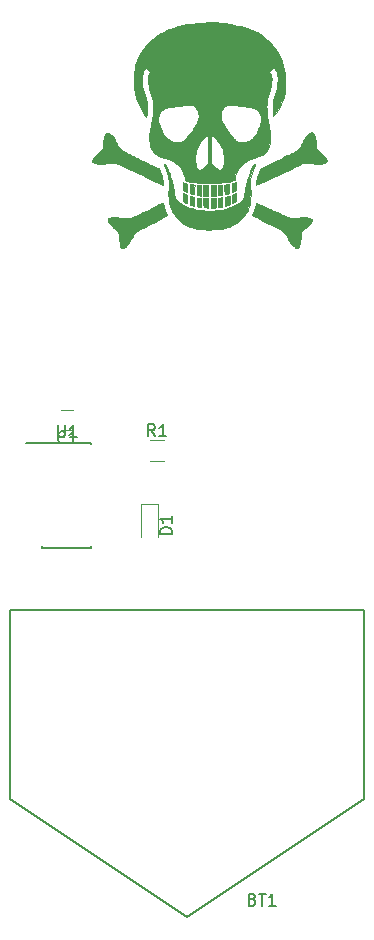
<source format=gbr>
G04 #@! TF.FileFunction,Legend,Top*
%FSLAX46Y46*%
G04 Gerber Fmt 4.6, Leading zero omitted, Abs format (unit mm)*
G04 Created by KiCad (PCBNEW 4.0.7) date Tuesday, December 26, 2017 'AMt' 12:13:18 AM*
%MOMM*%
%LPD*%
G01*
G04 APERTURE LIST*
%ADD10C,0.100000*%
%ADD11C,0.150000*%
%ADD12C,0.120000*%
%ADD13C,0.010000*%
G04 APERTURE END LIST*
D10*
D11*
X99935000Y-133635000D02*
X114935000Y-143635000D01*
X129935000Y-133635000D02*
X114935000Y-143635000D01*
X129935000Y-117635000D02*
X129935000Y-133635000D01*
X99935000Y-117635000D02*
X129935000Y-117635000D01*
X99935000Y-117635000D02*
X99935000Y-133635000D01*
D12*
X104275000Y-102450000D02*
X105275000Y-102450000D01*
X105275000Y-100750000D02*
X104275000Y-100750000D01*
X112460000Y-108690000D02*
X111060000Y-108690000D01*
X111060000Y-108690000D02*
X111060000Y-111490000D01*
X112460000Y-108690000D02*
X112460000Y-111490000D01*
X112995000Y-105020000D02*
X111795000Y-105020000D01*
X111795000Y-103260000D02*
X112995000Y-103260000D01*
D11*
X102700000Y-103500000D02*
X102700000Y-103525000D01*
X106850000Y-103500000D02*
X106850000Y-103615000D01*
X106850000Y-112400000D02*
X106850000Y-112285000D01*
X102700000Y-112400000D02*
X102700000Y-112285000D01*
X102700000Y-103500000D02*
X106850000Y-103500000D01*
X102700000Y-112400000D02*
X106850000Y-112400000D01*
X102700000Y-103525000D02*
X101325000Y-103525000D01*
D13*
G36*
X112904594Y-83176734D02*
X112910930Y-83197166D01*
X112918155Y-83232802D01*
X112921659Y-83254850D01*
X112932420Y-83314414D01*
X112949506Y-83391190D01*
X112971094Y-83478327D01*
X112995360Y-83568981D01*
X113020482Y-83656302D01*
X113044635Y-83733444D01*
X113063146Y-83786174D01*
X113086708Y-83844530D01*
X113117744Y-83916191D01*
X113152132Y-83991863D01*
X113184168Y-84059034D01*
X113211755Y-84116040D01*
X113234301Y-84164224D01*
X113249896Y-84199377D01*
X113256629Y-84217290D01*
X113256631Y-84218676D01*
X113245053Y-84224909D01*
X113212447Y-84242258D01*
X113160240Y-84269967D01*
X113089859Y-84307281D01*
X113002731Y-84353443D01*
X112900283Y-84407698D01*
X112783942Y-84469291D01*
X112655136Y-84537466D01*
X112515291Y-84611468D01*
X112365835Y-84690540D01*
X112208193Y-84773927D01*
X112043795Y-84860874D01*
X111994950Y-84886705D01*
X111827982Y-84975049D01*
X111666794Y-85060431D01*
X111512870Y-85142060D01*
X111367692Y-85219147D01*
X111232743Y-85290899D01*
X111109507Y-85356527D01*
X110999467Y-85415240D01*
X110904105Y-85466247D01*
X110824904Y-85508758D01*
X110763348Y-85541981D01*
X110720920Y-85565126D01*
X110699102Y-85577403D01*
X110697047Y-85578678D01*
X110657580Y-85612499D01*
X110607786Y-85667681D01*
X110548646Y-85742841D01*
X110481140Y-85836596D01*
X110406247Y-85947563D01*
X110324948Y-86074357D01*
X110238223Y-86215596D01*
X110197509Y-86283800D01*
X110145944Y-86370482D01*
X110103484Y-86440217D01*
X110066509Y-86498040D01*
X110031402Y-86548990D01*
X109994545Y-86598102D01*
X109952320Y-86650414D01*
X109901110Y-86710962D01*
X109839401Y-86782361D01*
X109784787Y-86844511D01*
X109742152Y-86890668D01*
X109707406Y-86924512D01*
X109676461Y-86949722D01*
X109645227Y-86969978D01*
X109610065Y-86988736D01*
X109534364Y-87020691D01*
X109471866Y-87033280D01*
X109419508Y-87026644D01*
X109374227Y-87000925D01*
X109372750Y-86999695D01*
X109343397Y-86972174D01*
X109319487Y-86941912D01*
X109300018Y-86905560D01*
X109283988Y-86859764D01*
X109270398Y-86801175D01*
X109258246Y-86726441D01*
X109246531Y-86632210D01*
X109237412Y-86546551D01*
X109218116Y-86363583D01*
X109199846Y-86204619D01*
X109182372Y-86068293D01*
X109165467Y-85953240D01*
X109148903Y-85858095D01*
X109132452Y-85781492D01*
X109115886Y-85722066D01*
X109098977Y-85678452D01*
X109089576Y-85660917D01*
X109074399Y-85642353D01*
X109042813Y-85608503D01*
X108996925Y-85561466D01*
X108938844Y-85503344D01*
X108870676Y-85436236D01*
X108794530Y-85362243D01*
X108712513Y-85283465D01*
X108673900Y-85246679D01*
X108570894Y-85148472D01*
X108484934Y-85065581D01*
X108414379Y-84996117D01*
X108357590Y-84938190D01*
X108312927Y-84889911D01*
X108278751Y-84849390D01*
X108253421Y-84814739D01*
X108235298Y-84784067D01*
X108222742Y-84755485D01*
X108214114Y-84727105D01*
X108210936Y-84713237D01*
X108210069Y-84654685D01*
X108228362Y-84589738D01*
X108263670Y-84525835D01*
X108265761Y-84522916D01*
X108287196Y-84496472D01*
X108310237Y-84478052D01*
X108342156Y-84463533D01*
X108390226Y-84448788D01*
X108402323Y-84445475D01*
X108549244Y-84409956D01*
X108681698Y-84388184D01*
X108806546Y-84380118D01*
X108930652Y-84385716D01*
X109060878Y-84404935D01*
X109204087Y-84437734D01*
X109214614Y-84440495D01*
X109331209Y-84469983D01*
X109429793Y-84491583D01*
X109516230Y-84506071D01*
X109596386Y-84514221D01*
X109676126Y-84516809D01*
X109761316Y-84514609D01*
X109771699Y-84514085D01*
X109846928Y-84509206D01*
X109916985Y-84502268D01*
X109984719Y-84492403D01*
X110052983Y-84478745D01*
X110124629Y-84460429D01*
X110202508Y-84436587D01*
X110289471Y-84406352D01*
X110388370Y-84368859D01*
X110502057Y-84323240D01*
X110633384Y-84268630D01*
X110769400Y-84210913D01*
X110984461Y-84116719D01*
X111218255Y-84009915D01*
X111468222Y-83891744D01*
X111731806Y-83763453D01*
X112006451Y-83626286D01*
X112289599Y-83481488D01*
X112578693Y-83330304D01*
X112585500Y-83326704D01*
X112689776Y-83272221D01*
X112774015Y-83229668D01*
X112837781Y-83199250D01*
X112880642Y-83181172D01*
X112902164Y-83175636D01*
X112904594Y-83176734D01*
X112904594Y-83176734D01*
G37*
X112904594Y-83176734D02*
X112910930Y-83197166D01*
X112918155Y-83232802D01*
X112921659Y-83254850D01*
X112932420Y-83314414D01*
X112949506Y-83391190D01*
X112971094Y-83478327D01*
X112995360Y-83568981D01*
X113020482Y-83656302D01*
X113044635Y-83733444D01*
X113063146Y-83786174D01*
X113086708Y-83844530D01*
X113117744Y-83916191D01*
X113152132Y-83991863D01*
X113184168Y-84059034D01*
X113211755Y-84116040D01*
X113234301Y-84164224D01*
X113249896Y-84199377D01*
X113256629Y-84217290D01*
X113256631Y-84218676D01*
X113245053Y-84224909D01*
X113212447Y-84242258D01*
X113160240Y-84269967D01*
X113089859Y-84307281D01*
X113002731Y-84353443D01*
X112900283Y-84407698D01*
X112783942Y-84469291D01*
X112655136Y-84537466D01*
X112515291Y-84611468D01*
X112365835Y-84690540D01*
X112208193Y-84773927D01*
X112043795Y-84860874D01*
X111994950Y-84886705D01*
X111827982Y-84975049D01*
X111666794Y-85060431D01*
X111512870Y-85142060D01*
X111367692Y-85219147D01*
X111232743Y-85290899D01*
X111109507Y-85356527D01*
X110999467Y-85415240D01*
X110904105Y-85466247D01*
X110824904Y-85508758D01*
X110763348Y-85541981D01*
X110720920Y-85565126D01*
X110699102Y-85577403D01*
X110697047Y-85578678D01*
X110657580Y-85612499D01*
X110607786Y-85667681D01*
X110548646Y-85742841D01*
X110481140Y-85836596D01*
X110406247Y-85947563D01*
X110324948Y-86074357D01*
X110238223Y-86215596D01*
X110197509Y-86283800D01*
X110145944Y-86370482D01*
X110103484Y-86440217D01*
X110066509Y-86498040D01*
X110031402Y-86548990D01*
X109994545Y-86598102D01*
X109952320Y-86650414D01*
X109901110Y-86710962D01*
X109839401Y-86782361D01*
X109784787Y-86844511D01*
X109742152Y-86890668D01*
X109707406Y-86924512D01*
X109676461Y-86949722D01*
X109645227Y-86969978D01*
X109610065Y-86988736D01*
X109534364Y-87020691D01*
X109471866Y-87033280D01*
X109419508Y-87026644D01*
X109374227Y-87000925D01*
X109372750Y-86999695D01*
X109343397Y-86972174D01*
X109319487Y-86941912D01*
X109300018Y-86905560D01*
X109283988Y-86859764D01*
X109270398Y-86801175D01*
X109258246Y-86726441D01*
X109246531Y-86632210D01*
X109237412Y-86546551D01*
X109218116Y-86363583D01*
X109199846Y-86204619D01*
X109182372Y-86068293D01*
X109165467Y-85953240D01*
X109148903Y-85858095D01*
X109132452Y-85781492D01*
X109115886Y-85722066D01*
X109098977Y-85678452D01*
X109089576Y-85660917D01*
X109074399Y-85642353D01*
X109042813Y-85608503D01*
X108996925Y-85561466D01*
X108938844Y-85503344D01*
X108870676Y-85436236D01*
X108794530Y-85362243D01*
X108712513Y-85283465D01*
X108673900Y-85246679D01*
X108570894Y-85148472D01*
X108484934Y-85065581D01*
X108414379Y-84996117D01*
X108357590Y-84938190D01*
X108312927Y-84889911D01*
X108278751Y-84849390D01*
X108253421Y-84814739D01*
X108235298Y-84784067D01*
X108222742Y-84755485D01*
X108214114Y-84727105D01*
X108210936Y-84713237D01*
X108210069Y-84654685D01*
X108228362Y-84589738D01*
X108263670Y-84525835D01*
X108265761Y-84522916D01*
X108287196Y-84496472D01*
X108310237Y-84478052D01*
X108342156Y-84463533D01*
X108390226Y-84448788D01*
X108402323Y-84445475D01*
X108549244Y-84409956D01*
X108681698Y-84388184D01*
X108806546Y-84380118D01*
X108930652Y-84385716D01*
X109060878Y-84404935D01*
X109204087Y-84437734D01*
X109214614Y-84440495D01*
X109331209Y-84469983D01*
X109429793Y-84491583D01*
X109516230Y-84506071D01*
X109596386Y-84514221D01*
X109676126Y-84516809D01*
X109761316Y-84514609D01*
X109771699Y-84514085D01*
X109846928Y-84509206D01*
X109916985Y-84502268D01*
X109984719Y-84492403D01*
X110052983Y-84478745D01*
X110124629Y-84460429D01*
X110202508Y-84436587D01*
X110289471Y-84406352D01*
X110388370Y-84368859D01*
X110502057Y-84323240D01*
X110633384Y-84268630D01*
X110769400Y-84210913D01*
X110984461Y-84116719D01*
X111218255Y-84009915D01*
X111468222Y-83891744D01*
X111731806Y-83763453D01*
X112006451Y-83626286D01*
X112289599Y-83481488D01*
X112578693Y-83330304D01*
X112585500Y-83326704D01*
X112689776Y-83272221D01*
X112774015Y-83229668D01*
X112837781Y-83199250D01*
X112880642Y-83181172D01*
X112902164Y-83175636D01*
X112904594Y-83176734D01*
G36*
X120805312Y-83182749D02*
X120838478Y-83197829D01*
X120891764Y-83222262D01*
X120963714Y-83255373D01*
X121052871Y-83296490D01*
X121157775Y-83344938D01*
X121276971Y-83400045D01*
X121409000Y-83461135D01*
X121552405Y-83527536D01*
X121705728Y-83598574D01*
X121867512Y-83673575D01*
X122036299Y-83751866D01*
X122091450Y-83777457D01*
X122264311Y-83857606D01*
X122432093Y-83935267D01*
X122593195Y-84009708D01*
X122746018Y-84080194D01*
X122888964Y-84145993D01*
X123020432Y-84206371D01*
X123138824Y-84260596D01*
X123242540Y-84307933D01*
X123329981Y-84347650D01*
X123399548Y-84379013D01*
X123449642Y-84401289D01*
X123478664Y-84413744D01*
X123482100Y-84415108D01*
X123631102Y-84462643D01*
X123784786Y-84491710D01*
X123902155Y-84502199D01*
X123990558Y-84504281D01*
X124077253Y-84500275D01*
X124168164Y-84489416D01*
X124269211Y-84470941D01*
X124386317Y-84444085D01*
X124422262Y-84435094D01*
X124548764Y-84405107D01*
X124657369Y-84384659D01*
X124753616Y-84373488D01*
X124843045Y-84371333D01*
X124931191Y-84377934D01*
X125023595Y-84393030D01*
X125075950Y-84404331D01*
X125188754Y-84434502D01*
X125291168Y-84470119D01*
X125379885Y-84509609D01*
X125451601Y-84551399D01*
X125503010Y-84593917D01*
X125520734Y-84615967D01*
X125536021Y-84657632D01*
X125532132Y-84707517D01*
X125508637Y-84766195D01*
X125465110Y-84834237D01*
X125401123Y-84912217D01*
X125316247Y-85000708D01*
X125210055Y-85100282D01*
X125082118Y-85211513D01*
X125065173Y-85225764D01*
X124951523Y-85321773D01*
X124856810Y-85403455D01*
X124779821Y-85471945D01*
X124719341Y-85528376D01*
X124674157Y-85573884D01*
X124643055Y-85609603D01*
X124624821Y-85636667D01*
X124624191Y-85637880D01*
X124614455Y-85659755D01*
X124605809Y-85686390D01*
X124597869Y-85720503D01*
X124590254Y-85764814D01*
X124582580Y-85822041D01*
X124574465Y-85894904D01*
X124565527Y-85986122D01*
X124555381Y-86098412D01*
X124548941Y-86172555D01*
X124537226Y-86301912D01*
X124525925Y-86410122D01*
X124514334Y-86501414D01*
X124501754Y-86580015D01*
X124487483Y-86650154D01*
X124470819Y-86716060D01*
X124451061Y-86781961D01*
X124444525Y-86802060D01*
X124421851Y-86865477D01*
X124400306Y-86911713D01*
X124375767Y-86948442D01*
X124350675Y-86976685D01*
X124309117Y-87013572D01*
X124271205Y-87030636D01*
X124229411Y-87029137D01*
X124176207Y-87010335D01*
X124168967Y-87007098D01*
X124112456Y-86976043D01*
X124044293Y-86930181D01*
X123969586Y-86873793D01*
X123893438Y-86811162D01*
X123820955Y-86746570D01*
X123757242Y-86684299D01*
X123707404Y-86628631D01*
X123689490Y-86604911D01*
X123668340Y-86571039D01*
X123638756Y-86519002D01*
X123603293Y-86453532D01*
X123564503Y-86379365D01*
X123524941Y-86301236D01*
X123516296Y-86283800D01*
X123448643Y-86151531D01*
X123385088Y-86038390D01*
X123322104Y-85939272D01*
X123256161Y-85849076D01*
X123183733Y-85762701D01*
X123101290Y-85675044D01*
X123081675Y-85655297D01*
X122941601Y-85515450D01*
X121697375Y-84869541D01*
X121531700Y-84783502D01*
X121372325Y-84700667D01*
X121220700Y-84621796D01*
X121078277Y-84547647D01*
X120946508Y-84478976D01*
X120826844Y-84416543D01*
X120720738Y-84361104D01*
X120629639Y-84313419D01*
X120555001Y-84274245D01*
X120498274Y-84244339D01*
X120460910Y-84224461D01*
X120444361Y-84215367D01*
X120443682Y-84214914D01*
X120445795Y-84201158D01*
X120457809Y-84168887D01*
X120478003Y-84122173D01*
X120504656Y-84065086D01*
X120522323Y-84028972D01*
X120602544Y-83852187D01*
X120669213Y-83670242D01*
X120724944Y-83475538D01*
X120751282Y-83363007D01*
X120765483Y-83298486D01*
X120777795Y-83243669D01*
X120787218Y-83202914D01*
X120792752Y-83180584D01*
X120793726Y-83177695D01*
X120805312Y-83182749D01*
X120805312Y-83182749D01*
G37*
X120805312Y-83182749D02*
X120838478Y-83197829D01*
X120891764Y-83222262D01*
X120963714Y-83255373D01*
X121052871Y-83296490D01*
X121157775Y-83344938D01*
X121276971Y-83400045D01*
X121409000Y-83461135D01*
X121552405Y-83527536D01*
X121705728Y-83598574D01*
X121867512Y-83673575D01*
X122036299Y-83751866D01*
X122091450Y-83777457D01*
X122264311Y-83857606D01*
X122432093Y-83935267D01*
X122593195Y-84009708D01*
X122746018Y-84080194D01*
X122888964Y-84145993D01*
X123020432Y-84206371D01*
X123138824Y-84260596D01*
X123242540Y-84307933D01*
X123329981Y-84347650D01*
X123399548Y-84379013D01*
X123449642Y-84401289D01*
X123478664Y-84413744D01*
X123482100Y-84415108D01*
X123631102Y-84462643D01*
X123784786Y-84491710D01*
X123902155Y-84502199D01*
X123990558Y-84504281D01*
X124077253Y-84500275D01*
X124168164Y-84489416D01*
X124269211Y-84470941D01*
X124386317Y-84444085D01*
X124422262Y-84435094D01*
X124548764Y-84405107D01*
X124657369Y-84384659D01*
X124753616Y-84373488D01*
X124843045Y-84371333D01*
X124931191Y-84377934D01*
X125023595Y-84393030D01*
X125075950Y-84404331D01*
X125188754Y-84434502D01*
X125291168Y-84470119D01*
X125379885Y-84509609D01*
X125451601Y-84551399D01*
X125503010Y-84593917D01*
X125520734Y-84615967D01*
X125536021Y-84657632D01*
X125532132Y-84707517D01*
X125508637Y-84766195D01*
X125465110Y-84834237D01*
X125401123Y-84912217D01*
X125316247Y-85000708D01*
X125210055Y-85100282D01*
X125082118Y-85211513D01*
X125065173Y-85225764D01*
X124951523Y-85321773D01*
X124856810Y-85403455D01*
X124779821Y-85471945D01*
X124719341Y-85528376D01*
X124674157Y-85573884D01*
X124643055Y-85609603D01*
X124624821Y-85636667D01*
X124624191Y-85637880D01*
X124614455Y-85659755D01*
X124605809Y-85686390D01*
X124597869Y-85720503D01*
X124590254Y-85764814D01*
X124582580Y-85822041D01*
X124574465Y-85894904D01*
X124565527Y-85986122D01*
X124555381Y-86098412D01*
X124548941Y-86172555D01*
X124537226Y-86301912D01*
X124525925Y-86410122D01*
X124514334Y-86501414D01*
X124501754Y-86580015D01*
X124487483Y-86650154D01*
X124470819Y-86716060D01*
X124451061Y-86781961D01*
X124444525Y-86802060D01*
X124421851Y-86865477D01*
X124400306Y-86911713D01*
X124375767Y-86948442D01*
X124350675Y-86976685D01*
X124309117Y-87013572D01*
X124271205Y-87030636D01*
X124229411Y-87029137D01*
X124176207Y-87010335D01*
X124168967Y-87007098D01*
X124112456Y-86976043D01*
X124044293Y-86930181D01*
X123969586Y-86873793D01*
X123893438Y-86811162D01*
X123820955Y-86746570D01*
X123757242Y-86684299D01*
X123707404Y-86628631D01*
X123689490Y-86604911D01*
X123668340Y-86571039D01*
X123638756Y-86519002D01*
X123603293Y-86453532D01*
X123564503Y-86379365D01*
X123524941Y-86301236D01*
X123516296Y-86283800D01*
X123448643Y-86151531D01*
X123385088Y-86038390D01*
X123322104Y-85939272D01*
X123256161Y-85849076D01*
X123183733Y-85762701D01*
X123101290Y-85675044D01*
X123081675Y-85655297D01*
X122941601Y-85515450D01*
X121697375Y-84869541D01*
X121531700Y-84783502D01*
X121372325Y-84700667D01*
X121220700Y-84621796D01*
X121078277Y-84547647D01*
X120946508Y-84478976D01*
X120826844Y-84416543D01*
X120720738Y-84361104D01*
X120629639Y-84313419D01*
X120555001Y-84274245D01*
X120498274Y-84244339D01*
X120460910Y-84224461D01*
X120444361Y-84215367D01*
X120443682Y-84214914D01*
X120445795Y-84201158D01*
X120457809Y-84168887D01*
X120478003Y-84122173D01*
X120504656Y-84065086D01*
X120522323Y-84028972D01*
X120602544Y-83852187D01*
X120669213Y-83670242D01*
X120724944Y-83475538D01*
X120751282Y-83363007D01*
X120765483Y-83298486D01*
X120777795Y-83243669D01*
X120787218Y-83202914D01*
X120792752Y-83180584D01*
X120793726Y-83177695D01*
X120805312Y-83182749D01*
G36*
X120707997Y-79919643D02*
X120699805Y-79952058D01*
X120682402Y-80003667D01*
X120656410Y-80072495D01*
X120647224Y-80095725D01*
X120533975Y-80395847D01*
X120440144Y-80680024D01*
X120365646Y-80948583D01*
X120310395Y-81201850D01*
X120274308Y-81440151D01*
X120262091Y-81572100D01*
X120259091Y-81643780D01*
X120261675Y-81708048D01*
X120270679Y-81777039D01*
X120279580Y-81826100D01*
X120306534Y-81992644D01*
X120323342Y-82164701D01*
X120330423Y-82348431D01*
X120328419Y-82542872D01*
X120313113Y-82803771D01*
X120283703Y-83049724D01*
X120240517Y-83279133D01*
X120183881Y-83490400D01*
X120114120Y-83681927D01*
X120080395Y-83757344D01*
X119982230Y-83942803D01*
X119866051Y-84125832D01*
X119734677Y-84303456D01*
X119590930Y-84472696D01*
X119437629Y-84630576D01*
X119277595Y-84774120D01*
X119113650Y-84900349D01*
X118948612Y-85006287D01*
X118844703Y-85061584D01*
X118743520Y-85107450D01*
X118621693Y-85156748D01*
X118483466Y-85207839D01*
X118333086Y-85259085D01*
X118332250Y-85259359D01*
X118187099Y-85304291D01*
X118046487Y-85342073D01*
X117906488Y-85373252D01*
X117763176Y-85398376D01*
X117612625Y-85417992D01*
X117450910Y-85432647D01*
X117274104Y-85442887D01*
X117078282Y-85449261D01*
X116954300Y-85451404D01*
X116845408Y-85452331D01*
X116735367Y-85452455D01*
X116629291Y-85451829D01*
X116532292Y-85450504D01*
X116449483Y-85448535D01*
X116385977Y-85445974D01*
X116376450Y-85445420D01*
X116230686Y-85434249D01*
X116082747Y-85419012D01*
X115940377Y-85400662D01*
X115811320Y-85380152D01*
X115747800Y-85368088D01*
X115628512Y-85341700D01*
X115501881Y-85310048D01*
X115372477Y-85274546D01*
X115244870Y-85236610D01*
X115123633Y-85197657D01*
X115013336Y-85159103D01*
X114918550Y-85122363D01*
X114843846Y-85088853D01*
X114839750Y-85086798D01*
X114670452Y-84989206D01*
X114502105Y-84869352D01*
X114337348Y-84730315D01*
X114178821Y-84575178D01*
X114029166Y-84407020D01*
X113891021Y-84228923D01*
X113767028Y-84043967D01*
X113659825Y-83855234D01*
X113572054Y-83665804D01*
X113532720Y-83561573D01*
X113477114Y-83375297D01*
X113431937Y-83171748D01*
X113397599Y-82956403D01*
X113374512Y-82734743D01*
X113363088Y-82512246D01*
X113363739Y-82294389D01*
X113376876Y-82086653D01*
X113402911Y-81894515D01*
X113406139Y-81876903D01*
X113423415Y-81772220D01*
X113432377Y-81680884D01*
X113433484Y-81592405D01*
X113427197Y-81496293D01*
X113424151Y-81466371D01*
X113398189Y-81275810D01*
X113360489Y-81078937D01*
X113310308Y-80872969D01*
X113246901Y-80655124D01*
X113169524Y-80422618D01*
X113079583Y-80178278D01*
X113053482Y-80110808D01*
X113029588Y-80050172D01*
X113009771Y-80001025D01*
X112995897Y-79968020D01*
X112991023Y-79957562D01*
X112982522Y-79935061D01*
X112983304Y-79925462D01*
X112997561Y-79925838D01*
X113029516Y-79932514D01*
X113072658Y-79944096D01*
X113079172Y-79946015D01*
X113125851Y-79960704D01*
X113154925Y-79973771D01*
X113173279Y-79990339D01*
X113187799Y-80015528D01*
X113195631Y-80032640D01*
X113231759Y-80116838D01*
X113273705Y-80220096D01*
X113319546Y-80337285D01*
X113367359Y-80463273D01*
X113415220Y-80592928D01*
X113461208Y-80721121D01*
X113503400Y-80842721D01*
X113536550Y-80942324D01*
X113601026Y-81146993D01*
X113656961Y-81338349D01*
X113705676Y-81522248D01*
X113748494Y-81704546D01*
X113786735Y-81891099D01*
X113821720Y-82087764D01*
X113854771Y-82300396D01*
X113874566Y-82440588D01*
X113919504Y-82769327D01*
X113969924Y-82829549D01*
X114049209Y-82916395D01*
X114145744Y-83009471D01*
X114253880Y-83104014D01*
X114367968Y-83195267D01*
X114482358Y-83278467D01*
X114573050Y-83337731D01*
X114647943Y-83380737D01*
X114739553Y-83428621D01*
X114840633Y-83477983D01*
X114943936Y-83525423D01*
X115042216Y-83567540D01*
X115128226Y-83600935D01*
X115150900Y-83608862D01*
X115348702Y-83669459D01*
X115557355Y-83720946D01*
X115779569Y-83763778D01*
X116018058Y-83798409D01*
X116275533Y-83825296D01*
X116554706Y-83844891D01*
X116560600Y-83845215D01*
X116864356Y-83856328D01*
X117149172Y-83854992D01*
X117418445Y-83840850D01*
X117675572Y-83813547D01*
X117923949Y-83772727D01*
X118166972Y-83718034D01*
X118395750Y-83652974D01*
X118620631Y-83575547D01*
X118830978Y-83488791D01*
X119025296Y-83393667D01*
X119202090Y-83291134D01*
X119359867Y-83182154D01*
X119497132Y-83067687D01*
X119612391Y-82948695D01*
X119704149Y-82826139D01*
X119719120Y-82802002D01*
X119733372Y-82776791D01*
X119744768Y-82751742D01*
X119754282Y-82722620D01*
X119762889Y-82685192D01*
X119771562Y-82635222D01*
X119781276Y-82568477D01*
X119792944Y-82481187D01*
X119821683Y-82270764D01*
X119850401Y-82080675D01*
X119880244Y-81905882D01*
X119912356Y-81741347D01*
X119947883Y-81582030D01*
X119987972Y-81422893D01*
X120033767Y-81258897D01*
X120086414Y-81085003D01*
X120147058Y-80896174D01*
X120167102Y-80835500D01*
X120201004Y-80735441D01*
X120237509Y-80631239D01*
X120275465Y-80525876D01*
X120313721Y-80422332D01*
X120351127Y-80323590D01*
X120386531Y-80232629D01*
X120418781Y-80152433D01*
X120446726Y-80085982D01*
X120469214Y-80036258D01*
X120485096Y-80006242D01*
X120489735Y-80000004D01*
X120508901Y-79987666D01*
X120544501Y-79969985D01*
X120589090Y-79950110D01*
X120635225Y-79931188D01*
X120675465Y-79916367D01*
X120702365Y-79908793D01*
X120706353Y-79908400D01*
X120707997Y-79919643D01*
X120707997Y-79919643D01*
G37*
X120707997Y-79919643D02*
X120699805Y-79952058D01*
X120682402Y-80003667D01*
X120656410Y-80072495D01*
X120647224Y-80095725D01*
X120533975Y-80395847D01*
X120440144Y-80680024D01*
X120365646Y-80948583D01*
X120310395Y-81201850D01*
X120274308Y-81440151D01*
X120262091Y-81572100D01*
X120259091Y-81643780D01*
X120261675Y-81708048D01*
X120270679Y-81777039D01*
X120279580Y-81826100D01*
X120306534Y-81992644D01*
X120323342Y-82164701D01*
X120330423Y-82348431D01*
X120328419Y-82542872D01*
X120313113Y-82803771D01*
X120283703Y-83049724D01*
X120240517Y-83279133D01*
X120183881Y-83490400D01*
X120114120Y-83681927D01*
X120080395Y-83757344D01*
X119982230Y-83942803D01*
X119866051Y-84125832D01*
X119734677Y-84303456D01*
X119590930Y-84472696D01*
X119437629Y-84630576D01*
X119277595Y-84774120D01*
X119113650Y-84900349D01*
X118948612Y-85006287D01*
X118844703Y-85061584D01*
X118743520Y-85107450D01*
X118621693Y-85156748D01*
X118483466Y-85207839D01*
X118333086Y-85259085D01*
X118332250Y-85259359D01*
X118187099Y-85304291D01*
X118046487Y-85342073D01*
X117906488Y-85373252D01*
X117763176Y-85398376D01*
X117612625Y-85417992D01*
X117450910Y-85432647D01*
X117274104Y-85442887D01*
X117078282Y-85449261D01*
X116954300Y-85451404D01*
X116845408Y-85452331D01*
X116735367Y-85452455D01*
X116629291Y-85451829D01*
X116532292Y-85450504D01*
X116449483Y-85448535D01*
X116385977Y-85445974D01*
X116376450Y-85445420D01*
X116230686Y-85434249D01*
X116082747Y-85419012D01*
X115940377Y-85400662D01*
X115811320Y-85380152D01*
X115747800Y-85368088D01*
X115628512Y-85341700D01*
X115501881Y-85310048D01*
X115372477Y-85274546D01*
X115244870Y-85236610D01*
X115123633Y-85197657D01*
X115013336Y-85159103D01*
X114918550Y-85122363D01*
X114843846Y-85088853D01*
X114839750Y-85086798D01*
X114670452Y-84989206D01*
X114502105Y-84869352D01*
X114337348Y-84730315D01*
X114178821Y-84575178D01*
X114029166Y-84407020D01*
X113891021Y-84228923D01*
X113767028Y-84043967D01*
X113659825Y-83855234D01*
X113572054Y-83665804D01*
X113532720Y-83561573D01*
X113477114Y-83375297D01*
X113431937Y-83171748D01*
X113397599Y-82956403D01*
X113374512Y-82734743D01*
X113363088Y-82512246D01*
X113363739Y-82294389D01*
X113376876Y-82086653D01*
X113402911Y-81894515D01*
X113406139Y-81876903D01*
X113423415Y-81772220D01*
X113432377Y-81680884D01*
X113433484Y-81592405D01*
X113427197Y-81496293D01*
X113424151Y-81466371D01*
X113398189Y-81275810D01*
X113360489Y-81078937D01*
X113310308Y-80872969D01*
X113246901Y-80655124D01*
X113169524Y-80422618D01*
X113079583Y-80178278D01*
X113053482Y-80110808D01*
X113029588Y-80050172D01*
X113009771Y-80001025D01*
X112995897Y-79968020D01*
X112991023Y-79957562D01*
X112982522Y-79935061D01*
X112983304Y-79925462D01*
X112997561Y-79925838D01*
X113029516Y-79932514D01*
X113072658Y-79944096D01*
X113079172Y-79946015D01*
X113125851Y-79960704D01*
X113154925Y-79973771D01*
X113173279Y-79990339D01*
X113187799Y-80015528D01*
X113195631Y-80032640D01*
X113231759Y-80116838D01*
X113273705Y-80220096D01*
X113319546Y-80337285D01*
X113367359Y-80463273D01*
X113415220Y-80592928D01*
X113461208Y-80721121D01*
X113503400Y-80842721D01*
X113536550Y-80942324D01*
X113601026Y-81146993D01*
X113656961Y-81338349D01*
X113705676Y-81522248D01*
X113748494Y-81704546D01*
X113786735Y-81891099D01*
X113821720Y-82087764D01*
X113854771Y-82300396D01*
X113874566Y-82440588D01*
X113919504Y-82769327D01*
X113969924Y-82829549D01*
X114049209Y-82916395D01*
X114145744Y-83009471D01*
X114253880Y-83104014D01*
X114367968Y-83195267D01*
X114482358Y-83278467D01*
X114573050Y-83337731D01*
X114647943Y-83380737D01*
X114739553Y-83428621D01*
X114840633Y-83477983D01*
X114943936Y-83525423D01*
X115042216Y-83567540D01*
X115128226Y-83600935D01*
X115150900Y-83608862D01*
X115348702Y-83669459D01*
X115557355Y-83720946D01*
X115779569Y-83763778D01*
X116018058Y-83798409D01*
X116275533Y-83825296D01*
X116554706Y-83844891D01*
X116560600Y-83845215D01*
X116864356Y-83856328D01*
X117149172Y-83854992D01*
X117418445Y-83840850D01*
X117675572Y-83813547D01*
X117923949Y-83772727D01*
X118166972Y-83718034D01*
X118395750Y-83652974D01*
X118620631Y-83575547D01*
X118830978Y-83488791D01*
X119025296Y-83393667D01*
X119202090Y-83291134D01*
X119359867Y-83182154D01*
X119497132Y-83067687D01*
X119612391Y-82948695D01*
X119704149Y-82826139D01*
X119719120Y-82802002D01*
X119733372Y-82776791D01*
X119744768Y-82751742D01*
X119754282Y-82722620D01*
X119762889Y-82685192D01*
X119771562Y-82635222D01*
X119781276Y-82568477D01*
X119792944Y-82481187D01*
X119821683Y-82270764D01*
X119850401Y-82080675D01*
X119880244Y-81905882D01*
X119912356Y-81741347D01*
X119947883Y-81582030D01*
X119987972Y-81422893D01*
X120033767Y-81258897D01*
X120086414Y-81085003D01*
X120147058Y-80896174D01*
X120167102Y-80835500D01*
X120201004Y-80735441D01*
X120237509Y-80631239D01*
X120275465Y-80525876D01*
X120313721Y-80422332D01*
X120351127Y-80323590D01*
X120386531Y-80232629D01*
X120418781Y-80152433D01*
X120446726Y-80085982D01*
X120469214Y-80036258D01*
X120485096Y-80006242D01*
X120489735Y-80000004D01*
X120508901Y-79987666D01*
X120544501Y-79969985D01*
X120589090Y-79950110D01*
X120635225Y-79931188D01*
X120675465Y-79916367D01*
X120702365Y-79908793D01*
X120706353Y-79908400D01*
X120707997Y-79919643D01*
G36*
X117366361Y-83180066D02*
X117368335Y-83277096D01*
X117369485Y-83365949D01*
X117369822Y-83443444D01*
X117369356Y-83506401D01*
X117368098Y-83551638D01*
X117366060Y-83575974D01*
X117364998Y-83579175D01*
X117349190Y-83583333D01*
X117312672Y-83587945D01*
X117260120Y-83592567D01*
X117196206Y-83596755D01*
X117160675Y-83598583D01*
X116967000Y-83607649D01*
X116967000Y-82807727D01*
X117064166Y-82799513D01*
X117130202Y-82795183D01*
X117203899Y-82792207D01*
X117259203Y-82791300D01*
X117357075Y-82791300D01*
X117366361Y-83180066D01*
X117366361Y-83180066D01*
G37*
X117366361Y-83180066D02*
X117368335Y-83277096D01*
X117369485Y-83365949D01*
X117369822Y-83443444D01*
X117369356Y-83506401D01*
X117368098Y-83551638D01*
X117366060Y-83575974D01*
X117364998Y-83579175D01*
X117349190Y-83583333D01*
X117312672Y-83587945D01*
X117260120Y-83592567D01*
X117196206Y-83596755D01*
X117160675Y-83598583D01*
X116967000Y-83607649D01*
X116967000Y-82807727D01*
X117064166Y-82799513D01*
X117130202Y-82795183D01*
X117203899Y-82792207D01*
X117259203Y-82791300D01*
X117357075Y-82791300D01*
X117366361Y-83180066D01*
G36*
X116751100Y-83591400D02*
X116646325Y-83589071D01*
X116578537Y-83586868D01*
X116503328Y-83583376D01*
X116439950Y-83579546D01*
X116338350Y-83572350D01*
X116334988Y-83188175D01*
X116331627Y-82804000D01*
X116751100Y-82804000D01*
X116751100Y-83591400D01*
X116751100Y-83591400D01*
G37*
X116751100Y-83591400D02*
X116646325Y-83589071D01*
X116578537Y-83586868D01*
X116503328Y-83583376D01*
X116439950Y-83579546D01*
X116338350Y-83572350D01*
X116334988Y-83188175D01*
X116331627Y-82804000D01*
X116751100Y-82804000D01*
X116751100Y-83591400D01*
G36*
X117911847Y-82789817D02*
X117913930Y-82817615D01*
X117915797Y-82866708D01*
X117917367Y-82932989D01*
X117918560Y-83012353D01*
X117919295Y-83100693D01*
X117919500Y-83178482D01*
X117919500Y-83511319D01*
X117789325Y-83533259D01*
X117729850Y-83543269D01*
X117675463Y-83552399D01*
X117633804Y-83559367D01*
X117617875Y-83562013D01*
X117576600Y-83568826D01*
X117576600Y-82770347D01*
X117740397Y-82752167D01*
X117904195Y-82733988D01*
X117911847Y-82789817D01*
X117911847Y-82789817D01*
G37*
X117911847Y-82789817D02*
X117913930Y-82817615D01*
X117915797Y-82866708D01*
X117917367Y-82932989D01*
X117918560Y-83012353D01*
X117919295Y-83100693D01*
X117919500Y-83178482D01*
X117919500Y-83511319D01*
X117789325Y-83533259D01*
X117729850Y-83543269D01*
X117675463Y-83552399D01*
X117633804Y-83559367D01*
X117617875Y-83562013D01*
X117576600Y-83568826D01*
X117576600Y-82770347D01*
X117740397Y-82752167D01*
X117904195Y-82733988D01*
X117911847Y-82789817D01*
G36*
X115815165Y-82752676D02*
X115862905Y-82757558D01*
X115918493Y-82764358D01*
X115976197Y-82772299D01*
X116030285Y-82780604D01*
X116075027Y-82788494D01*
X116104690Y-82795192D01*
X116113564Y-82798924D01*
X116115702Y-82814087D01*
X116117403Y-82851374D01*
X116118623Y-82907510D01*
X116119319Y-82979224D01*
X116119446Y-83063240D01*
X116118960Y-83156286D01*
X116118725Y-83181825D01*
X116117325Y-83295067D01*
X116115578Y-83384873D01*
X116113382Y-83453207D01*
X116110636Y-83502031D01*
X116107239Y-83533308D01*
X116103090Y-83549002D01*
X116099675Y-83551766D01*
X116079543Y-83549163D01*
X116043076Y-83543990D01*
X116008150Y-83538849D01*
X115952226Y-83530359D01*
X115888095Y-83520428D01*
X115846225Y-83513835D01*
X115760500Y-83500205D01*
X115760500Y-83128819D01*
X115760685Y-83034298D01*
X115761211Y-82948261D01*
X115762029Y-82873916D01*
X115763090Y-82814472D01*
X115764346Y-82773136D01*
X115765750Y-82753118D01*
X115766152Y-82751780D01*
X115781003Y-82750491D01*
X115815165Y-82752676D01*
X115815165Y-82752676D01*
G37*
X115815165Y-82752676D02*
X115862905Y-82757558D01*
X115918493Y-82764358D01*
X115976197Y-82772299D01*
X116030285Y-82780604D01*
X116075027Y-82788494D01*
X116104690Y-82795192D01*
X116113564Y-82798924D01*
X116115702Y-82814087D01*
X116117403Y-82851374D01*
X116118623Y-82907510D01*
X116119319Y-82979224D01*
X116119446Y-83063240D01*
X116118960Y-83156286D01*
X116118725Y-83181825D01*
X116117325Y-83295067D01*
X116115578Y-83384873D01*
X116113382Y-83453207D01*
X116110636Y-83502031D01*
X116107239Y-83533308D01*
X116103090Y-83549002D01*
X116099675Y-83551766D01*
X116079543Y-83549163D01*
X116043076Y-83543990D01*
X116008150Y-83538849D01*
X115952226Y-83530359D01*
X115888095Y-83520428D01*
X115846225Y-83513835D01*
X115760500Y-83500205D01*
X115760500Y-83128819D01*
X115760685Y-83034298D01*
X115761211Y-82948261D01*
X115762029Y-82873916D01*
X115763090Y-82814472D01*
X115764346Y-82773136D01*
X115765750Y-82753118D01*
X115766152Y-82751780D01*
X115781003Y-82750491D01*
X115815165Y-82752676D01*
G36*
X118535166Y-82598399D02*
X118536868Y-82612320D01*
X118538408Y-82648387D01*
X118539729Y-82703347D01*
X118540771Y-82773945D01*
X118541478Y-82856929D01*
X118541790Y-82949045D01*
X118541800Y-82969018D01*
X118541800Y-83333003D01*
X118443375Y-83367010D01*
X118371324Y-83391101D01*
X118301605Y-83412970D01*
X118238434Y-83431444D01*
X118186024Y-83445352D01*
X118148591Y-83453519D01*
X118130349Y-83454775D01*
X118129544Y-83454311D01*
X118127816Y-83440355D01*
X118126249Y-83404199D01*
X118124899Y-83349040D01*
X118123823Y-83278077D01*
X118123078Y-83194508D01*
X118122722Y-83101534D01*
X118122700Y-83070913D01*
X118122700Y-82694359D01*
X118208425Y-82677605D01*
X118261352Y-82665937D01*
X118326727Y-82649638D01*
X118392766Y-82631687D01*
X118411341Y-82626308D01*
X118462243Y-82612140D01*
X118503454Y-82602238D01*
X118529350Y-82597870D01*
X118535166Y-82598399D01*
X118535166Y-82598399D01*
G37*
X118535166Y-82598399D02*
X118536868Y-82612320D01*
X118538408Y-82648387D01*
X118539729Y-82703347D01*
X118540771Y-82773945D01*
X118541478Y-82856929D01*
X118541790Y-82949045D01*
X118541800Y-82969018D01*
X118541800Y-83333003D01*
X118443375Y-83367010D01*
X118371324Y-83391101D01*
X118301605Y-83412970D01*
X118238434Y-83431444D01*
X118186024Y-83445352D01*
X118148591Y-83453519D01*
X118130349Y-83454775D01*
X118129544Y-83454311D01*
X118127816Y-83440355D01*
X118126249Y-83404199D01*
X118124899Y-83349040D01*
X118123823Y-83278077D01*
X118123078Y-83194508D01*
X118122722Y-83101534D01*
X118122700Y-83070913D01*
X118122700Y-82694359D01*
X118208425Y-82677605D01*
X118261352Y-82665937D01*
X118326727Y-82649638D01*
X118392766Y-82631687D01*
X118411341Y-82626308D01*
X118462243Y-82612140D01*
X118503454Y-82602238D01*
X118529350Y-82597870D01*
X118535166Y-82598399D01*
G36*
X115199739Y-82606458D02*
X115233444Y-82617188D01*
X115284531Y-82632108D01*
X115345745Y-82649226D01*
X115409832Y-82666554D01*
X115469537Y-82682101D01*
X115517604Y-82693877D01*
X115522566Y-82695015D01*
X115557682Y-82702979D01*
X115554316Y-83073995D01*
X115553251Y-83183417D01*
X115552019Y-83269972D01*
X115550252Y-83336189D01*
X115547579Y-83384601D01*
X115543633Y-83417738D01*
X115538044Y-83438132D01*
X115530444Y-83448314D01*
X115520464Y-83450814D01*
X115507734Y-83448165D01*
X115500150Y-83445676D01*
X115483940Y-83440500D01*
X115448283Y-83429294D01*
X115397987Y-83413563D01*
X115337861Y-83394812D01*
X115319175Y-83388994D01*
X115150900Y-83336624D01*
X115150900Y-82589226D01*
X115199739Y-82606458D01*
X115199739Y-82606458D01*
G37*
X115199739Y-82606458D02*
X115233444Y-82617188D01*
X115284531Y-82632108D01*
X115345745Y-82649226D01*
X115409832Y-82666554D01*
X115469537Y-82682101D01*
X115517604Y-82693877D01*
X115522566Y-82695015D01*
X115557682Y-82702979D01*
X115554316Y-83073995D01*
X115553251Y-83183417D01*
X115552019Y-83269972D01*
X115550252Y-83336189D01*
X115547579Y-83384601D01*
X115543633Y-83417738D01*
X115538044Y-83438132D01*
X115530444Y-83448314D01*
X115520464Y-83450814D01*
X115507734Y-83448165D01*
X115500150Y-83445676D01*
X115483940Y-83440500D01*
X115448283Y-83429294D01*
X115397987Y-83413563D01*
X115337861Y-83394812D01*
X115319175Y-83388994D01*
X115150900Y-83336624D01*
X115150900Y-82589226D01*
X115199739Y-82606458D01*
G36*
X114611860Y-82356702D02*
X114646813Y-82372701D01*
X114695658Y-82395626D01*
X114753919Y-82423387D01*
X114780925Y-82436375D01*
X114950700Y-82518250D01*
X114942850Y-82688533D01*
X114939803Y-82769481D01*
X114937308Y-82864072D01*
X114935621Y-82960550D01*
X114935000Y-83047160D01*
X114935000Y-83047308D01*
X114934395Y-83113226D01*
X114932730Y-83169084D01*
X114930228Y-83210470D01*
X114927111Y-83232972D01*
X114925475Y-83235770D01*
X114910969Y-83229901D01*
X114879708Y-83214137D01*
X114836974Y-83191208D01*
X114808000Y-83175131D01*
X114752567Y-83143168D01*
X114697692Y-83110119D01*
X114652510Y-83081530D01*
X114639725Y-83072950D01*
X114579400Y-83031379D01*
X114579400Y-82688158D01*
X114579642Y-82581777D01*
X114580438Y-82498532D01*
X114581896Y-82436165D01*
X114584120Y-82392416D01*
X114587218Y-82365026D01*
X114591293Y-82351735D01*
X114595275Y-82349718D01*
X114611860Y-82356702D01*
X114611860Y-82356702D01*
G37*
X114611860Y-82356702D02*
X114646813Y-82372701D01*
X114695658Y-82395626D01*
X114753919Y-82423387D01*
X114780925Y-82436375D01*
X114950700Y-82518250D01*
X114942850Y-82688533D01*
X114939803Y-82769481D01*
X114937308Y-82864072D01*
X114935621Y-82960550D01*
X114935000Y-83047160D01*
X114935000Y-83047308D01*
X114934395Y-83113226D01*
X114932730Y-83169084D01*
X114930228Y-83210470D01*
X114927111Y-83232972D01*
X114925475Y-83235770D01*
X114910969Y-83229901D01*
X114879708Y-83214137D01*
X114836974Y-83191208D01*
X114808000Y-83175131D01*
X114752567Y-83143168D01*
X114697692Y-83110119D01*
X114652510Y-83081530D01*
X114639725Y-83072950D01*
X114579400Y-83031379D01*
X114579400Y-82688158D01*
X114579642Y-82581777D01*
X114580438Y-82498532D01*
X114581896Y-82436165D01*
X114584120Y-82392416D01*
X114587218Y-82365026D01*
X114591293Y-82351735D01*
X114595275Y-82349718D01*
X114611860Y-82356702D01*
G36*
X119106239Y-82347551D02*
X119108467Y-82380719D01*
X119110373Y-82432966D01*
X119111869Y-82501132D01*
X119112871Y-82582057D01*
X119113292Y-82672581D01*
X119113300Y-82686954D01*
X119113300Y-83041924D01*
X119062602Y-83075474D01*
X119026215Y-83098082D01*
X118979035Y-83125346D01*
X118926259Y-83154514D01*
X118873082Y-83182835D01*
X118824702Y-83207558D01*
X118786313Y-83225931D01*
X118763113Y-83235203D01*
X118759818Y-83235800D01*
X118755173Y-83228536D01*
X118751500Y-83205545D01*
X118748724Y-83165025D01*
X118746771Y-83105176D01*
X118745568Y-83024198D01*
X118745039Y-82920288D01*
X118745000Y-82875962D01*
X118745000Y-82516125D01*
X118919625Y-82428694D01*
X118980627Y-82398159D01*
X119033611Y-82371653D01*
X119074413Y-82351258D01*
X119098869Y-82339055D01*
X119103775Y-82336623D01*
X119106239Y-82347551D01*
X119106239Y-82347551D01*
G37*
X119106239Y-82347551D02*
X119108467Y-82380719D01*
X119110373Y-82432966D01*
X119111869Y-82501132D01*
X119112871Y-82582057D01*
X119113292Y-82672581D01*
X119113300Y-82686954D01*
X119113300Y-83041924D01*
X119062602Y-83075474D01*
X119026215Y-83098082D01*
X118979035Y-83125346D01*
X118926259Y-83154514D01*
X118873082Y-83182835D01*
X118824702Y-83207558D01*
X118786313Y-83225931D01*
X118763113Y-83235203D01*
X118759818Y-83235800D01*
X118755173Y-83228536D01*
X118751500Y-83205545D01*
X118748724Y-83165025D01*
X118746771Y-83105176D01*
X118745568Y-83024198D01*
X118745039Y-82920288D01*
X118745000Y-82875962D01*
X118745000Y-82516125D01*
X118919625Y-82428694D01*
X118980627Y-82398159D01*
X119033611Y-82371653D01*
X119074413Y-82351258D01*
X119098869Y-82339055D01*
X119103775Y-82336623D01*
X119106239Y-82347551D01*
G36*
X116751100Y-82600800D02*
X116332000Y-82600800D01*
X116332000Y-81711800D01*
X116751100Y-81711800D01*
X116751100Y-82600800D01*
X116751100Y-82600800D01*
G37*
X116751100Y-82600800D02*
X116332000Y-82600800D01*
X116332000Y-81711800D01*
X116751100Y-81711800D01*
X116751100Y-82600800D01*
G36*
X117360700Y-82571947D02*
X117301777Y-82580023D01*
X117263816Y-82583440D01*
X117209007Y-82586141D01*
X117145903Y-82587775D01*
X117104927Y-82588100D01*
X116967000Y-82588100D01*
X116967000Y-81711800D01*
X117085787Y-81711800D01*
X117149991Y-81710859D01*
X117215459Y-81708359D01*
X117270518Y-81704784D01*
X117282637Y-81703640D01*
X117360700Y-81695481D01*
X117360700Y-82571947D01*
X117360700Y-82571947D01*
G37*
X117360700Y-82571947D02*
X117301777Y-82580023D01*
X117263816Y-82583440D01*
X117209007Y-82586141D01*
X117145903Y-82587775D01*
X117104927Y-82588100D01*
X116967000Y-82588100D01*
X116967000Y-81711800D01*
X117085787Y-81711800D01*
X117149991Y-81710859D01*
X117215459Y-81708359D01*
X117270518Y-81704784D01*
X117282637Y-81703640D01*
X117360700Y-81695481D01*
X117360700Y-82571947D01*
G36*
X115826492Y-81688734D02*
X115876597Y-81690258D01*
X115937766Y-81692913D01*
X115955998Y-81693831D01*
X116128800Y-81702794D01*
X116128800Y-82575400D01*
X116074825Y-82574035D01*
X116037619Y-82571545D01*
X115984601Y-82566067D01*
X115925043Y-82558605D01*
X115901578Y-82555305D01*
X115849528Y-82547286D01*
X115807808Y-82540028D01*
X115782213Y-82534582D01*
X115777083Y-82532716D01*
X115775814Y-82519235D01*
X115774783Y-82483996D01*
X115773982Y-82430642D01*
X115773405Y-82362812D01*
X115773046Y-82284149D01*
X115772899Y-82198294D01*
X115772957Y-82108889D01*
X115773215Y-82019574D01*
X115773666Y-81933991D01*
X115774303Y-81855781D01*
X115775121Y-81788586D01*
X115776113Y-81736046D01*
X115777274Y-81701805D01*
X115778526Y-81689540D01*
X115792213Y-81688456D01*
X115826492Y-81688734D01*
X115826492Y-81688734D01*
G37*
X115826492Y-81688734D02*
X115876597Y-81690258D01*
X115937766Y-81692913D01*
X115955998Y-81693831D01*
X116128800Y-81702794D01*
X116128800Y-82575400D01*
X116074825Y-82574035D01*
X116037619Y-82571545D01*
X115984601Y-82566067D01*
X115925043Y-82558605D01*
X115901578Y-82555305D01*
X115849528Y-82547286D01*
X115807808Y-82540028D01*
X115782213Y-82534582D01*
X115777083Y-82532716D01*
X115775814Y-82519235D01*
X115774783Y-82483996D01*
X115773982Y-82430642D01*
X115773405Y-82362812D01*
X115773046Y-82284149D01*
X115772899Y-82198294D01*
X115772957Y-82108889D01*
X115773215Y-82019574D01*
X115773666Y-81933991D01*
X115774303Y-81855781D01*
X115775121Y-81788586D01*
X115776113Y-81736046D01*
X115777274Y-81701805D01*
X115778526Y-81689540D01*
X115792213Y-81688456D01*
X115826492Y-81688734D01*
G36*
X117906800Y-82098132D02*
X117906709Y-82199337D01*
X117906450Y-82291968D01*
X117906047Y-82373091D01*
X117905520Y-82439770D01*
X117904891Y-82489069D01*
X117904182Y-82518055D01*
X117903625Y-82524701D01*
X117890554Y-82526218D01*
X117857275Y-82530275D01*
X117808784Y-82536260D01*
X117750076Y-82543558D01*
X117748532Y-82543751D01*
X117689040Y-82551091D01*
X117639054Y-82557107D01*
X117603786Y-82561182D01*
X117588452Y-82562699D01*
X117588416Y-82562700D01*
X117582939Y-82551179D01*
X117576836Y-82521165D01*
X117572059Y-82484637D01*
X117569887Y-82451086D01*
X117567934Y-82396382D01*
X117566278Y-82324770D01*
X117565000Y-82240496D01*
X117564180Y-82147807D01*
X117563900Y-82053412D01*
X117563900Y-81700250D01*
X117605175Y-81693866D01*
X117635534Y-81690359D01*
X117683469Y-81686141D01*
X117741191Y-81681861D01*
X117776625Y-81679573D01*
X117906800Y-81671664D01*
X117906800Y-82098132D01*
X117906800Y-82098132D01*
G37*
X117906800Y-82098132D02*
X117906709Y-82199337D01*
X117906450Y-82291968D01*
X117906047Y-82373091D01*
X117905520Y-82439770D01*
X117904891Y-82489069D01*
X117904182Y-82518055D01*
X117903625Y-82524701D01*
X117890554Y-82526218D01*
X117857275Y-82530275D01*
X117808784Y-82536260D01*
X117750076Y-82543558D01*
X117748532Y-82543751D01*
X117689040Y-82551091D01*
X117639054Y-82557107D01*
X117603786Y-82561182D01*
X117588452Y-82562699D01*
X117588416Y-82562700D01*
X117582939Y-82551179D01*
X117576836Y-82521165D01*
X117572059Y-82484637D01*
X117569887Y-82451086D01*
X117567934Y-82396382D01*
X117566278Y-82324770D01*
X117565000Y-82240496D01*
X117564180Y-82147807D01*
X117563900Y-82053412D01*
X117563900Y-81700250D01*
X117605175Y-81693866D01*
X117635534Y-81690359D01*
X117683469Y-81686141D01*
X117741191Y-81681861D01*
X117776625Y-81679573D01*
X117906800Y-81671664D01*
X117906800Y-82098132D01*
G36*
X115175646Y-81611431D02*
X115211547Y-81615980D01*
X115263659Y-81622920D01*
X115327515Y-81631660D01*
X115371935Y-81637848D01*
X115573921Y-81666169D01*
X115565610Y-81970441D01*
X115563202Y-82063174D01*
X115561068Y-82154089D01*
X115559314Y-82237906D01*
X115558049Y-82309343D01*
X115557379Y-82363123D01*
X115557300Y-82380606D01*
X115556687Y-82432835D01*
X115554166Y-82464518D01*
X115548714Y-82480494D01*
X115539309Y-82485601D01*
X115535075Y-82485723D01*
X115514626Y-82481915D01*
X115475584Y-82472139D01*
X115423633Y-82457891D01*
X115366800Y-82441370D01*
X115306059Y-82422924D01*
X115251224Y-82405688D01*
X115208638Y-82391689D01*
X115185825Y-82383456D01*
X115150900Y-82369118D01*
X115150900Y-81989659D01*
X115151205Y-81894397D01*
X115152071Y-81807873D01*
X115153418Y-81733200D01*
X115155168Y-81673493D01*
X115157244Y-81631865D01*
X115159566Y-81611431D01*
X115160425Y-81609863D01*
X115175646Y-81611431D01*
X115175646Y-81611431D01*
G37*
X115175646Y-81611431D02*
X115211547Y-81615980D01*
X115263659Y-81622920D01*
X115327515Y-81631660D01*
X115371935Y-81637848D01*
X115573921Y-81666169D01*
X115565610Y-81970441D01*
X115563202Y-82063174D01*
X115561068Y-82154089D01*
X115559314Y-82237906D01*
X115558049Y-82309343D01*
X115557379Y-82363123D01*
X115557300Y-82380606D01*
X115556687Y-82432835D01*
X115554166Y-82464518D01*
X115548714Y-82480494D01*
X115539309Y-82485601D01*
X115535075Y-82485723D01*
X115514626Y-82481915D01*
X115475584Y-82472139D01*
X115423633Y-82457891D01*
X115366800Y-82441370D01*
X115306059Y-82422924D01*
X115251224Y-82405688D01*
X115208638Y-82391689D01*
X115185825Y-82383456D01*
X115150900Y-82369118D01*
X115150900Y-81989659D01*
X115151205Y-81894397D01*
X115152071Y-81807873D01*
X115153418Y-81733200D01*
X115155168Y-81673493D01*
X115157244Y-81631865D01*
X115159566Y-81611431D01*
X115160425Y-81609863D01*
X115175646Y-81611431D01*
G36*
X118525546Y-81615207D02*
X118527401Y-81651439D01*
X118528875Y-81705334D01*
X118529969Y-81773049D01*
X118530688Y-81850738D01*
X118531033Y-81934554D01*
X118531007Y-82020652D01*
X118530613Y-82105186D01*
X118529854Y-82184311D01*
X118528733Y-82254181D01*
X118527253Y-82310950D01*
X118525415Y-82350772D01*
X118523224Y-82369803D01*
X118522750Y-82370769D01*
X118505324Y-82379597D01*
X118468905Y-82392952D01*
X118419122Y-82409114D01*
X118361599Y-82426358D01*
X118301963Y-82442963D01*
X118245842Y-82457205D01*
X118224300Y-82462150D01*
X118185052Y-82471140D01*
X118154093Y-82478836D01*
X118146810Y-82480873D01*
X118136048Y-82480124D01*
X118128586Y-82467133D01*
X118123030Y-82437449D01*
X118118235Y-82389591D01*
X118115913Y-82349108D01*
X118113847Y-82288150D01*
X118112136Y-82211640D01*
X118110874Y-82124503D01*
X118110161Y-82031663D01*
X118110036Y-81973408D01*
X118110072Y-81654650D01*
X118315165Y-81625887D01*
X118384064Y-81616444D01*
X118443484Y-81608720D01*
X118489176Y-81603233D01*
X118516891Y-81600500D01*
X118523306Y-81600487D01*
X118525546Y-81615207D01*
X118525546Y-81615207D01*
G37*
X118525546Y-81615207D02*
X118527401Y-81651439D01*
X118528875Y-81705334D01*
X118529969Y-81773049D01*
X118530688Y-81850738D01*
X118531033Y-81934554D01*
X118531007Y-82020652D01*
X118530613Y-82105186D01*
X118529854Y-82184311D01*
X118528733Y-82254181D01*
X118527253Y-82310950D01*
X118525415Y-82350772D01*
X118523224Y-82369803D01*
X118522750Y-82370769D01*
X118505324Y-82379597D01*
X118468905Y-82392952D01*
X118419122Y-82409114D01*
X118361599Y-82426358D01*
X118301963Y-82442963D01*
X118245842Y-82457205D01*
X118224300Y-82462150D01*
X118185052Y-82471140D01*
X118154093Y-82478836D01*
X118146810Y-82480873D01*
X118136048Y-82480124D01*
X118128586Y-82467133D01*
X118123030Y-82437449D01*
X118118235Y-82389591D01*
X118115913Y-82349108D01*
X118113847Y-82288150D01*
X118112136Y-82211640D01*
X118110874Y-82124503D01*
X118110161Y-82031663D01*
X118110036Y-81973408D01*
X118110072Y-81654650D01*
X118315165Y-81625887D01*
X118384064Y-81616444D01*
X118443484Y-81608720D01*
X118489176Y-81603233D01*
X118516891Y-81600500D01*
X118523306Y-81600487D01*
X118525546Y-81615207D01*
G36*
X114613564Y-81461390D02*
X114646034Y-81470930D01*
X114690204Y-81484570D01*
X114703805Y-81488867D01*
X114762680Y-81507216D01*
X114823710Y-81525687D01*
X114873867Y-81540340D01*
X114874675Y-81540568D01*
X114947700Y-81561202D01*
X114947700Y-81922251D01*
X114947379Y-82015035D01*
X114946472Y-82098965D01*
X114945063Y-82170857D01*
X114943237Y-82227527D01*
X114941077Y-82265789D01*
X114938668Y-82282460D01*
X114938175Y-82282924D01*
X114923634Y-82277360D01*
X114891467Y-82262557D01*
X114846650Y-82240866D01*
X114801650Y-82218427D01*
X114745476Y-82189652D01*
X114693540Y-82162313D01*
X114652602Y-82140008D01*
X114633375Y-82128867D01*
X114592100Y-82103428D01*
X114592100Y-81780614D01*
X114592360Y-81693071D01*
X114593094Y-81614545D01*
X114594228Y-81548408D01*
X114595690Y-81498033D01*
X114597407Y-81466792D01*
X114599030Y-81457800D01*
X114613564Y-81461390D01*
X114613564Y-81461390D01*
G37*
X114613564Y-81461390D02*
X114646034Y-81470930D01*
X114690204Y-81484570D01*
X114703805Y-81488867D01*
X114762680Y-81507216D01*
X114823710Y-81525687D01*
X114873867Y-81540340D01*
X114874675Y-81540568D01*
X114947700Y-81561202D01*
X114947700Y-81922251D01*
X114947379Y-82015035D01*
X114946472Y-82098965D01*
X114945063Y-82170857D01*
X114943237Y-82227527D01*
X114941077Y-82265789D01*
X114938668Y-82282460D01*
X114938175Y-82282924D01*
X114923634Y-82277360D01*
X114891467Y-82262557D01*
X114846650Y-82240866D01*
X114801650Y-82218427D01*
X114745476Y-82189652D01*
X114693540Y-82162313D01*
X114652602Y-82140008D01*
X114633375Y-82128867D01*
X114592100Y-82103428D01*
X114592100Y-81780614D01*
X114592360Y-81693071D01*
X114593094Y-81614545D01*
X114594228Y-81548408D01*
X114595690Y-81498033D01*
X114597407Y-81466792D01*
X114599030Y-81457800D01*
X114613564Y-81461390D01*
G36*
X119096218Y-81461788D02*
X119097218Y-81496585D01*
X119098417Y-81549905D01*
X119099743Y-81618312D01*
X119101123Y-81698367D01*
X119102220Y-81768721D01*
X119106950Y-82085993D01*
X119043450Y-82127729D01*
X119010344Y-82148147D01*
X118965830Y-82173812D01*
X118915162Y-82201914D01*
X118863595Y-82229642D01*
X118816386Y-82254187D01*
X118778789Y-82272738D01*
X118756060Y-82282486D01*
X118752507Y-82283300D01*
X118750594Y-82271126D01*
X118748861Y-82236713D01*
X118747372Y-82183218D01*
X118746192Y-82113802D01*
X118745385Y-82031624D01*
X118745016Y-81939843D01*
X118745000Y-81915489D01*
X118745000Y-81547679D01*
X118798975Y-81533822D01*
X118835296Y-81523889D01*
X118887128Y-81508951D01*
X118945725Y-81491549D01*
X118973218Y-81483210D01*
X119024169Y-81467930D01*
X119064847Y-81456286D01*
X119089981Y-81449754D01*
X119095489Y-81448951D01*
X119096218Y-81461788D01*
X119096218Y-81461788D01*
G37*
X119096218Y-81461788D02*
X119097218Y-81496585D01*
X119098417Y-81549905D01*
X119099743Y-81618312D01*
X119101123Y-81698367D01*
X119102220Y-81768721D01*
X119106950Y-82085993D01*
X119043450Y-82127729D01*
X119010344Y-82148147D01*
X118965830Y-82173812D01*
X118915162Y-82201914D01*
X118863595Y-82229642D01*
X118816386Y-82254187D01*
X118778789Y-82272738D01*
X118756060Y-82282486D01*
X118752507Y-82283300D01*
X118750594Y-82271126D01*
X118748861Y-82236713D01*
X118747372Y-82183218D01*
X118746192Y-82113802D01*
X118745385Y-82031624D01*
X118745016Y-81939843D01*
X118745000Y-81915489D01*
X118745000Y-81547679D01*
X118798975Y-81533822D01*
X118835296Y-81523889D01*
X118887128Y-81508951D01*
X118945725Y-81491549D01*
X118973218Y-81483210D01*
X119024169Y-81467930D01*
X119064847Y-81456286D01*
X119089981Y-81449754D01*
X119095489Y-81448951D01*
X119096218Y-81461788D01*
G36*
X108234304Y-77295430D02*
X108292462Y-77317419D01*
X108411406Y-77378367D01*
X108526389Y-77459836D01*
X108631709Y-77557008D01*
X108721664Y-77665064D01*
X108745871Y-77700531D01*
X108769574Y-77740196D01*
X108801182Y-77797462D01*
X108837840Y-77866921D01*
X108876691Y-77943165D01*
X108914358Y-78019699D01*
X108978411Y-78148502D01*
X109037248Y-78257600D01*
X109093783Y-78351351D01*
X109150934Y-78434114D01*
X109211616Y-78510246D01*
X109278745Y-78584105D01*
X109319869Y-78625732D01*
X109366381Y-78671213D01*
X109405265Y-78707391D01*
X109441152Y-78737514D01*
X109478673Y-78764830D01*
X109522460Y-78792590D01*
X109577143Y-78824042D01*
X109647352Y-78862434D01*
X109689900Y-78885341D01*
X109759831Y-78922545D01*
X109847576Y-78968644D01*
X109948262Y-79021112D01*
X110057015Y-79077422D01*
X110168962Y-79135048D01*
X110279231Y-79191463D01*
X110334948Y-79219815D01*
X110414910Y-79260123D01*
X110509338Y-79307216D01*
X110616344Y-79360186D01*
X110734041Y-79418124D01*
X110860541Y-79480119D01*
X110993957Y-79545264D01*
X111132401Y-79612649D01*
X111273985Y-79681365D01*
X111416822Y-79750502D01*
X111559024Y-79819152D01*
X111698704Y-79886405D01*
X111833974Y-79951353D01*
X111962946Y-80013086D01*
X112083733Y-80070694D01*
X112194447Y-80123269D01*
X112293201Y-80169902D01*
X112378107Y-80209683D01*
X112447277Y-80241704D01*
X112498824Y-80265055D01*
X112530860Y-80278826D01*
X112540943Y-80282321D01*
X112553117Y-80288531D01*
X112567109Y-80305909D01*
X112583749Y-80336430D01*
X112603869Y-80382073D01*
X112628301Y-80444815D01*
X112657874Y-80526634D01*
X112693422Y-80629507D01*
X112720090Y-80708500D01*
X112788798Y-80929556D01*
X112844241Y-81142553D01*
X112884122Y-81337150D01*
X112893754Y-81399800D01*
X112901906Y-81466514D01*
X112908268Y-81532617D01*
X112912529Y-81593438D01*
X112914380Y-81644301D01*
X112913510Y-81680533D01*
X112909609Y-81697461D01*
X112908093Y-81698127D01*
X112894287Y-81692475D01*
X112860532Y-81676913D01*
X112809646Y-81652789D01*
X112744446Y-81621456D01*
X112667751Y-81584263D01*
X112582378Y-81542562D01*
X112534700Y-81519155D01*
X112321913Y-81414880D01*
X112089207Y-81301520D01*
X111839746Y-81180590D01*
X111576694Y-81053606D01*
X111303213Y-80922083D01*
X111022468Y-80787536D01*
X110737622Y-80651480D01*
X110451838Y-80515432D01*
X110168280Y-80380906D01*
X109890112Y-80249417D01*
X109620497Y-80122481D01*
X109537500Y-80083520D01*
X109382276Y-80011261D01*
X109249493Y-79950638D01*
X109139038Y-79901603D01*
X109050797Y-79864106D01*
X108984658Y-79838100D01*
X108940509Y-79823534D01*
X108934250Y-79821977D01*
X108888194Y-79813710D01*
X108830687Y-79807723D01*
X108757946Y-79803785D01*
X108666189Y-79801667D01*
X108591350Y-79801150D01*
X108499520Y-79801274D01*
X108425746Y-79802522D01*
X108362688Y-79805528D01*
X108303006Y-79810924D01*
X108239361Y-79819344D01*
X108164412Y-79831422D01*
X108089700Y-79844441D01*
X107886693Y-79874373D01*
X107700989Y-79888786D01*
X107529682Y-79887545D01*
X107369864Y-79870516D01*
X107218628Y-79837564D01*
X107099328Y-79798700D01*
X107017727Y-79764417D01*
X106959526Y-79730578D01*
X106922864Y-79694957D01*
X106905882Y-79655331D01*
X106906719Y-79609475D01*
X106914940Y-79578227D01*
X106946188Y-79504987D01*
X106993660Y-79425876D01*
X107058434Y-79339612D01*
X107141586Y-79244913D01*
X107244192Y-79140494D01*
X107367328Y-79025075D01*
X107415078Y-78982195D01*
X107521479Y-78886413D01*
X107609089Y-78804898D01*
X107679164Y-78736319D01*
X107732961Y-78679348D01*
X107771737Y-78632657D01*
X107796750Y-78594917D01*
X107809007Y-78565768D01*
X107813602Y-78538313D01*
X107818934Y-78490298D01*
X107824580Y-78426538D01*
X107830118Y-78351845D01*
X107835124Y-78271034D01*
X107835528Y-78263750D01*
X107845025Y-78109500D01*
X107855624Y-77977124D01*
X107867839Y-77863098D01*
X107882182Y-77763904D01*
X107899168Y-77676020D01*
X107919311Y-77595924D01*
X107943125Y-77520097D01*
X107944728Y-77515474D01*
X107962255Y-77467824D01*
X107979023Y-77431839D01*
X107999963Y-77399685D01*
X108030007Y-77363527D01*
X108063286Y-77327125D01*
X108097693Y-77297073D01*
X108134369Y-77281913D01*
X108178258Y-77281435D01*
X108234304Y-77295430D01*
X108234304Y-77295430D01*
G37*
X108234304Y-77295430D02*
X108292462Y-77317419D01*
X108411406Y-77378367D01*
X108526389Y-77459836D01*
X108631709Y-77557008D01*
X108721664Y-77665064D01*
X108745871Y-77700531D01*
X108769574Y-77740196D01*
X108801182Y-77797462D01*
X108837840Y-77866921D01*
X108876691Y-77943165D01*
X108914358Y-78019699D01*
X108978411Y-78148502D01*
X109037248Y-78257600D01*
X109093783Y-78351351D01*
X109150934Y-78434114D01*
X109211616Y-78510246D01*
X109278745Y-78584105D01*
X109319869Y-78625732D01*
X109366381Y-78671213D01*
X109405265Y-78707391D01*
X109441152Y-78737514D01*
X109478673Y-78764830D01*
X109522460Y-78792590D01*
X109577143Y-78824042D01*
X109647352Y-78862434D01*
X109689900Y-78885341D01*
X109759831Y-78922545D01*
X109847576Y-78968644D01*
X109948262Y-79021112D01*
X110057015Y-79077422D01*
X110168962Y-79135048D01*
X110279231Y-79191463D01*
X110334948Y-79219815D01*
X110414910Y-79260123D01*
X110509338Y-79307216D01*
X110616344Y-79360186D01*
X110734041Y-79418124D01*
X110860541Y-79480119D01*
X110993957Y-79545264D01*
X111132401Y-79612649D01*
X111273985Y-79681365D01*
X111416822Y-79750502D01*
X111559024Y-79819152D01*
X111698704Y-79886405D01*
X111833974Y-79951353D01*
X111962946Y-80013086D01*
X112083733Y-80070694D01*
X112194447Y-80123269D01*
X112293201Y-80169902D01*
X112378107Y-80209683D01*
X112447277Y-80241704D01*
X112498824Y-80265055D01*
X112530860Y-80278826D01*
X112540943Y-80282321D01*
X112553117Y-80288531D01*
X112567109Y-80305909D01*
X112583749Y-80336430D01*
X112603869Y-80382073D01*
X112628301Y-80444815D01*
X112657874Y-80526634D01*
X112693422Y-80629507D01*
X112720090Y-80708500D01*
X112788798Y-80929556D01*
X112844241Y-81142553D01*
X112884122Y-81337150D01*
X112893754Y-81399800D01*
X112901906Y-81466514D01*
X112908268Y-81532617D01*
X112912529Y-81593438D01*
X112914380Y-81644301D01*
X112913510Y-81680533D01*
X112909609Y-81697461D01*
X112908093Y-81698127D01*
X112894287Y-81692475D01*
X112860532Y-81676913D01*
X112809646Y-81652789D01*
X112744446Y-81621456D01*
X112667751Y-81584263D01*
X112582378Y-81542562D01*
X112534700Y-81519155D01*
X112321913Y-81414880D01*
X112089207Y-81301520D01*
X111839746Y-81180590D01*
X111576694Y-81053606D01*
X111303213Y-80922083D01*
X111022468Y-80787536D01*
X110737622Y-80651480D01*
X110451838Y-80515432D01*
X110168280Y-80380906D01*
X109890112Y-80249417D01*
X109620497Y-80122481D01*
X109537500Y-80083520D01*
X109382276Y-80011261D01*
X109249493Y-79950638D01*
X109139038Y-79901603D01*
X109050797Y-79864106D01*
X108984658Y-79838100D01*
X108940509Y-79823534D01*
X108934250Y-79821977D01*
X108888194Y-79813710D01*
X108830687Y-79807723D01*
X108757946Y-79803785D01*
X108666189Y-79801667D01*
X108591350Y-79801150D01*
X108499520Y-79801274D01*
X108425746Y-79802522D01*
X108362688Y-79805528D01*
X108303006Y-79810924D01*
X108239361Y-79819344D01*
X108164412Y-79831422D01*
X108089700Y-79844441D01*
X107886693Y-79874373D01*
X107700989Y-79888786D01*
X107529682Y-79887545D01*
X107369864Y-79870516D01*
X107218628Y-79837564D01*
X107099328Y-79798700D01*
X107017727Y-79764417D01*
X106959526Y-79730578D01*
X106922864Y-79694957D01*
X106905882Y-79655331D01*
X106906719Y-79609475D01*
X106914940Y-79578227D01*
X106946188Y-79504987D01*
X106993660Y-79425876D01*
X107058434Y-79339612D01*
X107141586Y-79244913D01*
X107244192Y-79140494D01*
X107367328Y-79025075D01*
X107415078Y-78982195D01*
X107521479Y-78886413D01*
X107609089Y-78804898D01*
X107679164Y-78736319D01*
X107732961Y-78679348D01*
X107771737Y-78632657D01*
X107796750Y-78594917D01*
X107809007Y-78565768D01*
X107813602Y-78538313D01*
X107818934Y-78490298D01*
X107824580Y-78426538D01*
X107830118Y-78351845D01*
X107835124Y-78271034D01*
X107835528Y-78263750D01*
X107845025Y-78109500D01*
X107855624Y-77977124D01*
X107867839Y-77863098D01*
X107882182Y-77763904D01*
X107899168Y-77676020D01*
X107919311Y-77595924D01*
X107943125Y-77520097D01*
X107944728Y-77515474D01*
X107962255Y-77467824D01*
X107979023Y-77431839D01*
X107999963Y-77399685D01*
X108030007Y-77363527D01*
X108063286Y-77327125D01*
X108097693Y-77297073D01*
X108134369Y-77281913D01*
X108178258Y-77281435D01*
X108234304Y-77295430D01*
G36*
X125548116Y-77226000D02*
X125550660Y-77226738D01*
X125587246Y-77241641D01*
X125617266Y-77264519D01*
X125643440Y-77299281D01*
X125668492Y-77349833D01*
X125695145Y-77420081D01*
X125704521Y-77447553D01*
X125758262Y-77624131D01*
X125798390Y-77795070D01*
X125826192Y-77968083D01*
X125842956Y-78150878D01*
X125849399Y-78314928D01*
X125851129Y-78392709D01*
X125853252Y-78449770D01*
X125856423Y-78490790D01*
X125861298Y-78520450D01*
X125868533Y-78543426D01*
X125878783Y-78564400D01*
X125886137Y-78577103D01*
X125905715Y-78602912D01*
X125940675Y-78641918D01*
X125987439Y-78690414D01*
X126042430Y-78744694D01*
X126102070Y-78801054D01*
X126104718Y-78803500D01*
X126186441Y-78880678D01*
X126269764Y-78962670D01*
X126352788Y-79047320D01*
X126433615Y-79132472D01*
X126510346Y-79215968D01*
X126581082Y-79295653D01*
X126643925Y-79369370D01*
X126696976Y-79434962D01*
X126738338Y-79490274D01*
X126766110Y-79533148D01*
X126778395Y-79561429D01*
X126778408Y-79568684D01*
X126772150Y-79592420D01*
X126765788Y-79619795D01*
X126752851Y-79649445D01*
X126728369Y-79686193D01*
X126711558Y-79706506D01*
X126660359Y-79753225D01*
X126597177Y-79791945D01*
X126519398Y-79823521D01*
X126424407Y-79848808D01*
X126309588Y-79868662D01*
X126172328Y-79883939D01*
X126168150Y-79884308D01*
X126059285Y-79892924D01*
X125969052Y-79897357D01*
X125890957Y-79897166D01*
X125818509Y-79891913D01*
X125745216Y-79881159D01*
X125664585Y-79864464D01*
X125583331Y-79844743D01*
X125415030Y-79807277D01*
X125262190Y-79784930D01*
X125119695Y-79777927D01*
X124982429Y-79786497D01*
X124845277Y-79810866D01*
X124703122Y-79851262D01*
X124599983Y-79888389D01*
X124576524Y-79898432D01*
X124531413Y-79918727D01*
X124465959Y-79948663D01*
X124381470Y-79987629D01*
X124279255Y-80035013D01*
X124160621Y-80090204D01*
X124026877Y-80152592D01*
X123879332Y-80221563D01*
X123719292Y-80296508D01*
X123548068Y-80376814D01*
X123366966Y-80461871D01*
X123177295Y-80551067D01*
X122980364Y-80643791D01*
X122777480Y-80739431D01*
X122644979Y-80801952D01*
X122440717Y-80898336D01*
X122242634Y-80991734D01*
X122051951Y-81081572D01*
X121869893Y-81167278D01*
X121697682Y-81248277D01*
X121536541Y-81323997D01*
X121387693Y-81393865D01*
X121252361Y-81457306D01*
X121131769Y-81513747D01*
X121027138Y-81562614D01*
X120939692Y-81603336D01*
X120870655Y-81635337D01*
X120821248Y-81658045D01*
X120792696Y-81670885D01*
X120785731Y-81673700D01*
X120780083Y-81661587D01*
X120778484Y-81626981D01*
X120781041Y-81572482D01*
X120781397Y-81567738D01*
X120795377Y-81441343D01*
X120818626Y-81298874D01*
X120849859Y-81147361D01*
X120883015Y-81011795D01*
X120903905Y-80936924D01*
X120930320Y-80849064D01*
X120960443Y-80753660D01*
X120992459Y-80656155D01*
X121024550Y-80561993D01*
X121054900Y-80476617D01*
X121081692Y-80405472D01*
X121100756Y-80359250D01*
X121128875Y-80295750D01*
X122643453Y-79552800D01*
X122864189Y-79444543D01*
X123063375Y-79346850D01*
X123242238Y-79259042D01*
X123402004Y-79180440D01*
X123543901Y-79110365D01*
X123669156Y-79048138D01*
X123778994Y-78993081D01*
X123874643Y-78944515D01*
X123957330Y-78901762D01*
X124028281Y-78864141D01*
X124088724Y-78830976D01*
X124139884Y-78801586D01*
X124182989Y-78775293D01*
X124219265Y-78751420D01*
X124249940Y-78729285D01*
X124276240Y-78708212D01*
X124299391Y-78687521D01*
X124320621Y-78666534D01*
X124341157Y-78644571D01*
X124362224Y-78620954D01*
X124385051Y-78595005D01*
X124395082Y-78583670D01*
X124458885Y-78508178D01*
X124517101Y-78430751D01*
X124571935Y-78347605D01*
X124625592Y-78254954D01*
X124680276Y-78149015D01*
X124738191Y-78026002D01*
X124795316Y-77896600D01*
X124843613Y-77790524D01*
X124889915Y-77703347D01*
X124938294Y-77629302D01*
X124992820Y-77562624D01*
X125057564Y-77497545D01*
X125109984Y-77450851D01*
X125211321Y-77367517D01*
X125299102Y-77303661D01*
X125375000Y-77258432D01*
X125440686Y-77230979D01*
X125497834Y-77220452D01*
X125548116Y-77226000D01*
X125548116Y-77226000D01*
G37*
X125548116Y-77226000D02*
X125550660Y-77226738D01*
X125587246Y-77241641D01*
X125617266Y-77264519D01*
X125643440Y-77299281D01*
X125668492Y-77349833D01*
X125695145Y-77420081D01*
X125704521Y-77447553D01*
X125758262Y-77624131D01*
X125798390Y-77795070D01*
X125826192Y-77968083D01*
X125842956Y-78150878D01*
X125849399Y-78314928D01*
X125851129Y-78392709D01*
X125853252Y-78449770D01*
X125856423Y-78490790D01*
X125861298Y-78520450D01*
X125868533Y-78543426D01*
X125878783Y-78564400D01*
X125886137Y-78577103D01*
X125905715Y-78602912D01*
X125940675Y-78641918D01*
X125987439Y-78690414D01*
X126042430Y-78744694D01*
X126102070Y-78801054D01*
X126104718Y-78803500D01*
X126186441Y-78880678D01*
X126269764Y-78962670D01*
X126352788Y-79047320D01*
X126433615Y-79132472D01*
X126510346Y-79215968D01*
X126581082Y-79295653D01*
X126643925Y-79369370D01*
X126696976Y-79434962D01*
X126738338Y-79490274D01*
X126766110Y-79533148D01*
X126778395Y-79561429D01*
X126778408Y-79568684D01*
X126772150Y-79592420D01*
X126765788Y-79619795D01*
X126752851Y-79649445D01*
X126728369Y-79686193D01*
X126711558Y-79706506D01*
X126660359Y-79753225D01*
X126597177Y-79791945D01*
X126519398Y-79823521D01*
X126424407Y-79848808D01*
X126309588Y-79868662D01*
X126172328Y-79883939D01*
X126168150Y-79884308D01*
X126059285Y-79892924D01*
X125969052Y-79897357D01*
X125890957Y-79897166D01*
X125818509Y-79891913D01*
X125745216Y-79881159D01*
X125664585Y-79864464D01*
X125583331Y-79844743D01*
X125415030Y-79807277D01*
X125262190Y-79784930D01*
X125119695Y-79777927D01*
X124982429Y-79786497D01*
X124845277Y-79810866D01*
X124703122Y-79851262D01*
X124599983Y-79888389D01*
X124576524Y-79898432D01*
X124531413Y-79918727D01*
X124465959Y-79948663D01*
X124381470Y-79987629D01*
X124279255Y-80035013D01*
X124160621Y-80090204D01*
X124026877Y-80152592D01*
X123879332Y-80221563D01*
X123719292Y-80296508D01*
X123548068Y-80376814D01*
X123366966Y-80461871D01*
X123177295Y-80551067D01*
X122980364Y-80643791D01*
X122777480Y-80739431D01*
X122644979Y-80801952D01*
X122440717Y-80898336D01*
X122242634Y-80991734D01*
X122051951Y-81081572D01*
X121869893Y-81167278D01*
X121697682Y-81248277D01*
X121536541Y-81323997D01*
X121387693Y-81393865D01*
X121252361Y-81457306D01*
X121131769Y-81513747D01*
X121027138Y-81562614D01*
X120939692Y-81603336D01*
X120870655Y-81635337D01*
X120821248Y-81658045D01*
X120792696Y-81670885D01*
X120785731Y-81673700D01*
X120780083Y-81661587D01*
X120778484Y-81626981D01*
X120781041Y-81572482D01*
X120781397Y-81567738D01*
X120795377Y-81441343D01*
X120818626Y-81298874D01*
X120849859Y-81147361D01*
X120883015Y-81011795D01*
X120903905Y-80936924D01*
X120930320Y-80849064D01*
X120960443Y-80753660D01*
X120992459Y-80656155D01*
X121024550Y-80561993D01*
X121054900Y-80476617D01*
X121081692Y-80405472D01*
X121100756Y-80359250D01*
X121128875Y-80295750D01*
X122643453Y-79552800D01*
X122864189Y-79444543D01*
X123063375Y-79346850D01*
X123242238Y-79259042D01*
X123402004Y-79180440D01*
X123543901Y-79110365D01*
X123669156Y-79048138D01*
X123778994Y-78993081D01*
X123874643Y-78944515D01*
X123957330Y-78901762D01*
X124028281Y-78864141D01*
X124088724Y-78830976D01*
X124139884Y-78801586D01*
X124182989Y-78775293D01*
X124219265Y-78751420D01*
X124249940Y-78729285D01*
X124276240Y-78708212D01*
X124299391Y-78687521D01*
X124320621Y-78666534D01*
X124341157Y-78644571D01*
X124362224Y-78620954D01*
X124385051Y-78595005D01*
X124395082Y-78583670D01*
X124458885Y-78508178D01*
X124517101Y-78430751D01*
X124571935Y-78347605D01*
X124625592Y-78254954D01*
X124680276Y-78149015D01*
X124738191Y-78026002D01*
X124795316Y-77896600D01*
X124843613Y-77790524D01*
X124889915Y-77703347D01*
X124938294Y-77629302D01*
X124992820Y-77562624D01*
X125057564Y-77497545D01*
X125109984Y-77450851D01*
X125211321Y-77367517D01*
X125299102Y-77303661D01*
X125375000Y-77258432D01*
X125440686Y-77230979D01*
X125497834Y-77220452D01*
X125548116Y-77226000D01*
G36*
X117272817Y-67911933D02*
X117515106Y-67920953D01*
X117747431Y-67936296D01*
X117974777Y-67958439D01*
X118202132Y-67987859D01*
X118434482Y-68025032D01*
X118676812Y-68070435D01*
X118903750Y-68117896D01*
X119188897Y-68183404D01*
X119465250Y-68253566D01*
X119730991Y-68327741D01*
X119984302Y-68405283D01*
X120223368Y-68485551D01*
X120446371Y-68567901D01*
X120651495Y-68651690D01*
X120836922Y-68736275D01*
X121000836Y-68821012D01*
X121141420Y-68905258D01*
X121157050Y-68915581D01*
X121286408Y-69007453D01*
X121425536Y-69116027D01*
X121569775Y-69237101D01*
X121714469Y-69366471D01*
X121854959Y-69499936D01*
X121986587Y-69633292D01*
X122104696Y-69762337D01*
X122136878Y-69799678D01*
X122354152Y-70074696D01*
X122548344Y-70360292D01*
X122719463Y-70656493D01*
X122867523Y-70963328D01*
X122992533Y-71280823D01*
X123094506Y-71609004D01*
X123173452Y-71947900D01*
X123229383Y-72297538D01*
X123247078Y-72458714D01*
X123254864Y-72562436D01*
X123260568Y-72683251D01*
X123264188Y-72815455D01*
X123265722Y-72953340D01*
X123265169Y-73091200D01*
X123262528Y-73223328D01*
X123257796Y-73344017D01*
X123250971Y-73447562D01*
X123247381Y-73485510D01*
X123200312Y-73813768D01*
X123129808Y-74134627D01*
X123036370Y-74446850D01*
X122920494Y-74749204D01*
X122782678Y-75040455D01*
X122623423Y-75319367D01*
X122443225Y-75584708D01*
X122351782Y-75703947D01*
X122312984Y-75751716D01*
X122279903Y-75790689D01*
X122255625Y-75817360D01*
X122243237Y-75828223D01*
X122242444Y-75828177D01*
X122235638Y-75809581D01*
X122228378Y-75769071D01*
X122220959Y-75710123D01*
X122213677Y-75636212D01*
X122206825Y-75550814D01*
X122200699Y-75457404D01*
X122195594Y-75359457D01*
X122191804Y-75260449D01*
X122190631Y-75217508D01*
X122188019Y-75053438D01*
X122189014Y-74909701D01*
X122194358Y-74781389D01*
X122204796Y-74663598D01*
X122221070Y-74551421D01*
X122243923Y-74439952D01*
X122274100Y-74324285D01*
X122312344Y-74199515D01*
X122359399Y-74060734D01*
X122370842Y-74028300D01*
X122418556Y-73892131D01*
X122458434Y-73773356D01*
X122491353Y-73667477D01*
X122518191Y-73569997D01*
X122539827Y-73476419D01*
X122557138Y-73382246D01*
X122571004Y-73282980D01*
X122582302Y-73174125D01*
X122591911Y-73051182D01*
X122600708Y-72909656D01*
X122605204Y-72828150D01*
X122610641Y-72654577D01*
X122606775Y-72501286D01*
X122593079Y-72364725D01*
X122569027Y-72241338D01*
X122534092Y-72127573D01*
X122487749Y-72019877D01*
X122484519Y-72013381D01*
X122454685Y-71959639D01*
X122418950Y-71904107D01*
X122380622Y-71850967D01*
X122343011Y-71804398D01*
X122309426Y-71768579D01*
X122283176Y-71747692D01*
X122271359Y-71744129D01*
X122258259Y-71753435D01*
X122230608Y-71778253D01*
X122191397Y-71815723D01*
X122143615Y-71862985D01*
X122090250Y-71917178D01*
X122086927Y-71920597D01*
X121917304Y-72095236D01*
X121968529Y-72160041D01*
X122007084Y-72215851D01*
X122038318Y-72277779D01*
X122062458Y-72348082D01*
X122079736Y-72429016D01*
X122090378Y-72522840D01*
X122094615Y-72631810D01*
X122092675Y-72758182D01*
X122084787Y-72904214D01*
X122071181Y-73072164D01*
X122066314Y-73124081D01*
X122055813Y-73219514D01*
X122042869Y-73307444D01*
X122026229Y-73392962D01*
X122004638Y-73481161D01*
X121976845Y-73577130D01*
X121941595Y-73685961D01*
X121897635Y-73812746D01*
X121894851Y-73820590D01*
X121846032Y-73960039D01*
X121805782Y-74080426D01*
X121773057Y-74186197D01*
X121746809Y-74281800D01*
X121725995Y-74371683D01*
X121709568Y-74460291D01*
X121696483Y-74552074D01*
X121685694Y-74651477D01*
X121677590Y-74744764D01*
X121671626Y-74849873D01*
X121668597Y-74973529D01*
X121668363Y-75109065D01*
X121670784Y-75249815D01*
X121675720Y-75389112D01*
X121683031Y-75520290D01*
X121692578Y-75636681D01*
X121697191Y-75679300D01*
X121716251Y-75825054D01*
X121741436Y-75992184D01*
X121772220Y-76177552D01*
X121808077Y-76378019D01*
X121848481Y-76590447D01*
X121857789Y-76637772D01*
X121886080Y-76781005D01*
X121909823Y-76902032D01*
X121929453Y-77003559D01*
X121945399Y-77088286D01*
X121958096Y-77158917D01*
X121967974Y-77218154D01*
X121975467Y-77268700D01*
X121981006Y-77313259D01*
X121985024Y-77354532D01*
X121987952Y-77395223D01*
X121990223Y-77438034D01*
X121991888Y-77476350D01*
X121992430Y-77701957D01*
X121975897Y-77924692D01*
X121943003Y-78140665D01*
X121894461Y-78345985D01*
X121830985Y-78536760D01*
X121772940Y-78670150D01*
X121731508Y-78748837D01*
X121686685Y-78819849D01*
X121636461Y-78884476D01*
X121578824Y-78944007D01*
X121511763Y-78999731D01*
X121433266Y-79052937D01*
X121341323Y-79104913D01*
X121233921Y-79156949D01*
X121109049Y-79210335D01*
X120964696Y-79266358D01*
X120798851Y-79326309D01*
X120690404Y-79363942D01*
X120544836Y-79415241D01*
X120418916Y-79462918D01*
X120307581Y-79509218D01*
X120205767Y-79556382D01*
X120108408Y-79606655D01*
X120010440Y-79662277D01*
X119992053Y-79673209D01*
X119858616Y-79755496D01*
X119744305Y-79831690D01*
X119644650Y-79905104D01*
X119555185Y-79979051D01*
X119471441Y-80056846D01*
X119461367Y-80066792D01*
X119327831Y-80214578D01*
X119218012Y-80369637D01*
X119131178Y-80533620D01*
X119066598Y-80708183D01*
X119023541Y-80894979D01*
X119001273Y-81095660D01*
X119000586Y-81108116D01*
X118992650Y-81260083D01*
X118878350Y-81295512D01*
X118687881Y-81347223D01*
X118474211Y-81391433D01*
X118236996Y-81428204D01*
X117975893Y-81457593D01*
X117898266Y-81464524D01*
X117747512Y-81475504D01*
X117576377Y-81484907D01*
X117389836Y-81492649D01*
X117192864Y-81498647D01*
X116990437Y-81502817D01*
X116787530Y-81505077D01*
X116589118Y-81505343D01*
X116400177Y-81503533D01*
X116225680Y-81499562D01*
X116097050Y-81494645D01*
X115844883Y-81479742D01*
X115614321Y-81459498D01*
X115402044Y-81433459D01*
X115204731Y-81401168D01*
X115019061Y-81362170D01*
X114887375Y-81328772D01*
X114744500Y-81289807D01*
X114744500Y-81220903D01*
X114732023Y-81019384D01*
X114694837Y-80822851D01*
X114633305Y-80632235D01*
X114547792Y-80448467D01*
X114438663Y-80272477D01*
X114308993Y-80108267D01*
X114240801Y-80038734D01*
X114154076Y-79962481D01*
X114053605Y-79882849D01*
X113944178Y-79803179D01*
X113830584Y-79726814D01*
X113717609Y-79657095D01*
X113610043Y-79597364D01*
X113512675Y-79550962D01*
X113506919Y-79548532D01*
X113460838Y-79530660D01*
X113411426Y-79512993D01*
X115620800Y-79512993D01*
X115625468Y-79637354D01*
X115638708Y-79765603D01*
X115659366Y-79891525D01*
X115686291Y-80008906D01*
X115718333Y-80111531D01*
X115742473Y-80169750D01*
X115777755Y-80231721D01*
X115821626Y-80290177D01*
X115868530Y-80338699D01*
X115912912Y-80370868D01*
X115919250Y-80373997D01*
X115974558Y-80386059D01*
X116042507Y-80378907D01*
X116119733Y-80353054D01*
X116149809Y-80338939D01*
X116213112Y-80300593D01*
X116287265Y-80244868D01*
X116368443Y-80175118D01*
X116452824Y-80094697D01*
X116536584Y-80006960D01*
X116566950Y-79972975D01*
X116609671Y-79923830D01*
X116646608Y-79880551D01*
X116674346Y-79847197D01*
X116689473Y-79827823D01*
X116690849Y-79825702D01*
X116692702Y-79810041D01*
X116694359Y-79771374D01*
X116695824Y-79711855D01*
X116697098Y-79633642D01*
X116698184Y-79538888D01*
X116699085Y-79429751D01*
X116699804Y-79308385D01*
X116700344Y-79176946D01*
X116700707Y-79037590D01*
X116700896Y-78892472D01*
X116700913Y-78743748D01*
X116700793Y-78624093D01*
X116992062Y-78624093D01*
X116992063Y-78650353D01*
X116992252Y-79822562D01*
X117080047Y-79925974D01*
X117136107Y-79989263D01*
X117200037Y-80056952D01*
X117267393Y-80124728D01*
X117333731Y-80188278D01*
X117394606Y-80243289D01*
X117445573Y-80285449D01*
X117465615Y-80300130D01*
X117522999Y-80335253D01*
X117582683Y-80364648D01*
X117638597Y-80385925D01*
X117684668Y-80396697D01*
X117709950Y-80396250D01*
X117730985Y-80391381D01*
X117757895Y-80385388D01*
X117809060Y-80362202D01*
X117860266Y-80316827D01*
X117909249Y-80252367D01*
X117953743Y-80171928D01*
X117991481Y-80078615D01*
X117999344Y-80054450D01*
X118021505Y-79978338D01*
X118038263Y-79907844D01*
X118050273Y-79837414D01*
X118058185Y-79761492D01*
X118062655Y-79674523D01*
X118064334Y-79570952D01*
X118064292Y-79502000D01*
X118059191Y-79304235D01*
X118045419Y-79126358D01*
X118022241Y-78964128D01*
X117988920Y-78813304D01*
X117944722Y-78669645D01*
X117899974Y-78554517D01*
X117808898Y-78361242D01*
X117704529Y-78177831D01*
X117589424Y-78008012D01*
X117466138Y-77855515D01*
X117337226Y-77724071D01*
X117320744Y-77709218D01*
X117254565Y-77651722D01*
X117190371Y-77598265D01*
X117131087Y-77551065D01*
X117079639Y-77512337D01*
X117038954Y-77484298D01*
X117011956Y-77469165D01*
X117002167Y-77467852D01*
X117000673Y-77481777D01*
X116999249Y-77519310D01*
X116997909Y-77578663D01*
X116996669Y-77658043D01*
X116995544Y-77755662D01*
X116994548Y-77869727D01*
X116993699Y-77998450D01*
X116993010Y-78140038D01*
X116992497Y-78292701D01*
X116992176Y-78454650D01*
X116992062Y-78624093D01*
X116700793Y-78624093D01*
X116700762Y-78593574D01*
X116700444Y-78444104D01*
X116699964Y-78297495D01*
X116699323Y-78155902D01*
X116698524Y-78021481D01*
X116697571Y-77896387D01*
X116696465Y-77782776D01*
X116695209Y-77682804D01*
X116693806Y-77598625D01*
X116692259Y-77532397D01*
X116690571Y-77486273D01*
X116688744Y-77462411D01*
X116687866Y-77459505D01*
X116671427Y-77465115D01*
X116639643Y-77485271D01*
X116595847Y-77517307D01*
X116543372Y-77558559D01*
X116485553Y-77606361D01*
X116425724Y-77658048D01*
X116367218Y-77710955D01*
X116333542Y-77742749D01*
X116202659Y-77881713D01*
X116080565Y-78036940D01*
X115969604Y-78204154D01*
X115872123Y-78379074D01*
X115790469Y-78557423D01*
X115726987Y-78734922D01*
X115684024Y-78907292D01*
X115678750Y-78936850D01*
X115667209Y-79013040D01*
X115655713Y-79101577D01*
X115644888Y-79196245D01*
X115635359Y-79290825D01*
X115627751Y-79379100D01*
X115622690Y-79454853D01*
X115620801Y-79511866D01*
X115620800Y-79512993D01*
X113411426Y-79512993D01*
X113396017Y-79507484D01*
X113318070Y-79480910D01*
X113232612Y-79452842D01*
X113145258Y-79425188D01*
X113126167Y-79419295D01*
X112962743Y-79367881D01*
X112821068Y-79320482D01*
X112698048Y-79275806D01*
X112590595Y-79232561D01*
X112495615Y-79189456D01*
X112410018Y-79145197D01*
X112330713Y-79098494D01*
X112280700Y-79065961D01*
X112179449Y-78988516D01*
X112093487Y-78901682D01*
X112019711Y-78801342D01*
X111955018Y-78683378D01*
X111905770Y-78568550D01*
X111836823Y-78359815D01*
X111787052Y-78138127D01*
X111756219Y-77902059D01*
X111744084Y-77650180D01*
X111743866Y-77603350D01*
X111743985Y-77545086D01*
X111744390Y-77494446D01*
X111745469Y-77448690D01*
X111747605Y-77405077D01*
X111751185Y-77360864D01*
X111756593Y-77313312D01*
X111764215Y-77259678D01*
X111774436Y-77197223D01*
X111787640Y-77123203D01*
X111804215Y-77034879D01*
X111824543Y-76929509D01*
X111849012Y-76804353D01*
X111874161Y-76676250D01*
X111914965Y-76464938D01*
X111949999Y-76275276D01*
X111979637Y-76104267D01*
X111985848Y-76065064D01*
X112472747Y-76065064D01*
X112477115Y-76205083D01*
X112484752Y-76255946D01*
X112497086Y-76305476D01*
X112518964Y-76374552D01*
X112549114Y-76459740D01*
X112586263Y-76557606D01*
X112629139Y-76664715D01*
X112676470Y-76777631D01*
X112687501Y-76803250D01*
X112716573Y-76871443D01*
X112751218Y-76954272D01*
X112787707Y-77042736D01*
X112822312Y-77127835D01*
X112833132Y-77154769D01*
X112874144Y-77252947D01*
X112910620Y-77330519D01*
X112944543Y-77391428D01*
X112973704Y-77434169D01*
X113100148Y-77588142D01*
X113228569Y-77718677D01*
X113361064Y-77827735D01*
X113473398Y-77902025D01*
X113541519Y-77937752D01*
X113625909Y-77974875D01*
X113717881Y-78010064D01*
X113808748Y-78039986D01*
X113887250Y-78060747D01*
X113952348Y-78070802D01*
X114031921Y-78076624D01*
X114117699Y-78078217D01*
X114201415Y-78075588D01*
X114274800Y-78068741D01*
X114319556Y-78060475D01*
X114399234Y-78034170D01*
X114488460Y-77994657D01*
X114578581Y-77946448D01*
X114660947Y-77894054D01*
X114709756Y-77856972D01*
X114761913Y-77808829D01*
X114825743Y-77742348D01*
X114898942Y-77660396D01*
X114979204Y-77565843D01*
X115064224Y-77461557D01*
X115151697Y-77350407D01*
X115239318Y-77235261D01*
X115324782Y-77118988D01*
X115405783Y-77004457D01*
X115465523Y-76916464D01*
X115547819Y-76788775D01*
X115625265Y-76661030D01*
X115696275Y-76536287D01*
X115759267Y-76417604D01*
X115812658Y-76308039D01*
X115854863Y-76210652D01*
X115884300Y-76128500D01*
X115895629Y-76085700D01*
X115908344Y-76001229D01*
X115914979Y-75901492D01*
X115915084Y-75882034D01*
X117791769Y-75882034D01*
X117797808Y-75984996D01*
X117810071Y-76074506D01*
X117811027Y-76079350D01*
X117832195Y-76154989D01*
X117867926Y-76247508D01*
X117916641Y-76354175D01*
X117976763Y-76472256D01*
X118046713Y-76599020D01*
X118124913Y-76731733D01*
X118209786Y-76867664D01*
X118299753Y-77004080D01*
X118393237Y-77138247D01*
X118488659Y-77267435D01*
X118522442Y-77311250D01*
X118631852Y-77449762D01*
X118729212Y-77568890D01*
X118816521Y-77670409D01*
X118895781Y-77756095D01*
X118968989Y-77827723D01*
X119038146Y-77887070D01*
X119105251Y-77935911D01*
X119172304Y-77976023D01*
X119241304Y-78009180D01*
X119314251Y-78037160D01*
X119354600Y-78050312D01*
X119396363Y-78062366D01*
X119433789Y-78070366D01*
X119473438Y-78074901D01*
X119521870Y-78076563D01*
X119585647Y-78075942D01*
X119627650Y-78074896D01*
X119705102Y-78072099D01*
X119764827Y-78067871D01*
X119814497Y-78061100D01*
X119861783Y-78050677D01*
X119914356Y-78035491D01*
X119926841Y-78031575D01*
X120068928Y-77981238D01*
X120192460Y-77924750D01*
X120304198Y-77858055D01*
X120410899Y-77777096D01*
X120519324Y-77677818D01*
X120524003Y-77673200D01*
X120630600Y-77560602D01*
X120718386Y-77452729D01*
X120785967Y-77351473D01*
X120831949Y-77258725D01*
X120834647Y-77251745D01*
X120850466Y-77211331D01*
X120874118Y-77152788D01*
X120903454Y-77081344D01*
X120936326Y-77002225D01*
X120970585Y-76920659D01*
X120976633Y-76906359D01*
X121035812Y-76765707D01*
X121085367Y-76645640D01*
X121126119Y-76543592D01*
X121158888Y-76456995D01*
X121184495Y-76383282D01*
X121203761Y-76319885D01*
X121217505Y-76264236D01*
X121226548Y-76213768D01*
X121231711Y-76165913D01*
X121233814Y-76118104D01*
X121233979Y-76101039D01*
X121221912Y-75951953D01*
X121186103Y-75805914D01*
X121128209Y-75666258D01*
X121049887Y-75536319D01*
X120952792Y-75419432D01*
X120849551Y-75327242D01*
X120769837Y-75272599D01*
X120677047Y-75219639D01*
X120580959Y-75173413D01*
X120491352Y-75138972D01*
X120475841Y-75134170D01*
X120426356Y-75121891D01*
X120353841Y-75107261D01*
X120260527Y-75090622D01*
X120148641Y-75072315D01*
X120020412Y-75052681D01*
X119878069Y-75032062D01*
X119723838Y-75010800D01*
X119559950Y-74989236D01*
X119392700Y-74968210D01*
X119282309Y-74954562D01*
X119170499Y-74940586D01*
X119062291Y-74926921D01*
X118962705Y-74914205D01*
X118876761Y-74903077D01*
X118809479Y-74894174D01*
X118793419Y-74891997D01*
X118698124Y-74879640D01*
X118622644Y-74871750D01*
X118561804Y-74868248D01*
X118510430Y-74869053D01*
X118463347Y-74874087D01*
X118415380Y-74883271D01*
X118403409Y-74886025D01*
X118284201Y-74926901D01*
X118174058Y-74990231D01*
X118074498Y-75074218D01*
X117987039Y-75177064D01*
X117913200Y-75296970D01*
X117854500Y-75432138D01*
X117812456Y-75580770D01*
X117811006Y-75587622D01*
X117798367Y-75673827D01*
X117791955Y-75775137D01*
X117791769Y-75882034D01*
X115915084Y-75882034D01*
X115915550Y-75795879D01*
X115910070Y-75693781D01*
X115898557Y-75604590D01*
X115894808Y-75585735D01*
X115851702Y-75432532D01*
X115792808Y-75294973D01*
X115719358Y-75174331D01*
X115632583Y-75071877D01*
X115533712Y-74988882D01*
X115423977Y-74926619D01*
X115304609Y-74886358D01*
X115202936Y-74870841D01*
X115117227Y-74869862D01*
X115017580Y-74877934D01*
X114973100Y-74884010D01*
X114918956Y-74891811D01*
X114845846Y-74901633D01*
X114760049Y-74912670D01*
X114667840Y-74924118D01*
X114575497Y-74935171D01*
X114560350Y-74936940D01*
X114394204Y-74956749D01*
X114229788Y-74977274D01*
X114069579Y-74998151D01*
X113916054Y-75019017D01*
X113771689Y-75039506D01*
X113638961Y-75059256D01*
X113520348Y-75077902D01*
X113418326Y-75095080D01*
X113335373Y-75110426D01*
X113273965Y-75123576D01*
X113252250Y-75129175D01*
X113106805Y-75181626D01*
X112967470Y-75253825D01*
X112840638Y-75342077D01*
X112761260Y-75412878D01*
X112666542Y-75523621D01*
X112589022Y-75648203D01*
X112530010Y-75782632D01*
X112490815Y-75922917D01*
X112472747Y-76065064D01*
X111985848Y-76065064D01*
X112004252Y-75948914D01*
X112024221Y-75806222D01*
X112039916Y-75673194D01*
X112051712Y-75546834D01*
X112059983Y-75424146D01*
X112065104Y-75302132D01*
X112067449Y-75177798D01*
X112067693Y-75126850D01*
X112066183Y-74998758D01*
X112061603Y-74868885D01*
X112054324Y-74742232D01*
X112044716Y-74623795D01*
X112033148Y-74518573D01*
X112019993Y-74431566D01*
X112013893Y-74400781D01*
X111994401Y-74321222D01*
X111966836Y-74224867D01*
X111930665Y-74110022D01*
X111885358Y-73974990D01*
X111840013Y-73845177D01*
X111795963Y-73718359D01*
X111760547Y-73609692D01*
X111732534Y-73513920D01*
X111710696Y-73425784D01*
X111693804Y-73340030D01*
X111680627Y-73251400D01*
X111669936Y-73154639D01*
X111664600Y-73095218D01*
X111657336Y-72996389D01*
X111651658Y-72893383D01*
X111647653Y-72790759D01*
X111645408Y-72693074D01*
X111645010Y-72604888D01*
X111646544Y-72530759D01*
X111650098Y-72475244D01*
X111652483Y-72456923D01*
X111676574Y-72353608D01*
X111712312Y-72268184D01*
X111762354Y-72194787D01*
X111780682Y-72174100D01*
X111822233Y-72129650D01*
X111641570Y-71940263D01*
X111460906Y-71750876D01*
X111393734Y-71825963D01*
X111307243Y-71936696D01*
X111239070Y-72056404D01*
X111187352Y-72189188D01*
X111150226Y-72339149D01*
X111143535Y-72376618D01*
X111133789Y-72459898D01*
X111128304Y-72563441D01*
X111126826Y-72682516D01*
X111129099Y-72812390D01*
X111134868Y-72948331D01*
X111143879Y-73085608D01*
X111155875Y-73219489D01*
X111170602Y-73345242D01*
X111187805Y-73458135D01*
X111206897Y-73552050D01*
X111221895Y-73609026D01*
X111243176Y-73682279D01*
X111268421Y-73764186D01*
X111295310Y-73847124D01*
X111309333Y-73888600D01*
X111356879Y-74027253D01*
X111396824Y-74145140D01*
X111429929Y-74245480D01*
X111456955Y-74331490D01*
X111478662Y-74406390D01*
X111495812Y-74473396D01*
X111509166Y-74535727D01*
X111519484Y-74596602D01*
X111527527Y-74659239D01*
X111534057Y-74726855D01*
X111539834Y-74802669D01*
X111545443Y-74887154D01*
X111552892Y-75160962D01*
X111541075Y-75450429D01*
X111512378Y-75736450D01*
X111502244Y-75817429D01*
X111494257Y-75874931D01*
X111486439Y-75910544D01*
X111476809Y-75925853D01*
X111463386Y-75922445D01*
X111444190Y-75901904D01*
X111417242Y-75865818D01*
X111392774Y-75832252D01*
X111242472Y-75610699D01*
X111101313Y-75367908D01*
X110970503Y-75106770D01*
X110851250Y-74830176D01*
X110744759Y-74541014D01*
X110652236Y-74242177D01*
X110574890Y-73936555D01*
X110547055Y-73806050D01*
X110487644Y-73467919D01*
X110448639Y-73143004D01*
X110430165Y-72829235D01*
X110432343Y-72524540D01*
X110455296Y-72226849D01*
X110499147Y-71934091D01*
X110564018Y-71644195D01*
X110650032Y-71355090D01*
X110700687Y-71211051D01*
X110830569Y-70895822D01*
X110983080Y-70591983D01*
X111157930Y-70299976D01*
X111354828Y-70020247D01*
X111573482Y-69753240D01*
X111813601Y-69499398D01*
X111838171Y-69475350D01*
X112045034Y-69285618D01*
X112255929Y-69115625D01*
X112475375Y-68962346D01*
X112707889Y-68822759D01*
X112957989Y-68693841D01*
X113111572Y-68623344D01*
X113448624Y-68486127D01*
X113805389Y-68362558D01*
X114179919Y-68253017D01*
X114570266Y-68157889D01*
X114974481Y-68077557D01*
X115390615Y-68012401D01*
X115816721Y-67962806D01*
X116250850Y-67929155D01*
X116691054Y-67911829D01*
X116738400Y-67910958D01*
X117015577Y-67908760D01*
X117272817Y-67911933D01*
X117272817Y-67911933D01*
G37*
X117272817Y-67911933D02*
X117515106Y-67920953D01*
X117747431Y-67936296D01*
X117974777Y-67958439D01*
X118202132Y-67987859D01*
X118434482Y-68025032D01*
X118676812Y-68070435D01*
X118903750Y-68117896D01*
X119188897Y-68183404D01*
X119465250Y-68253566D01*
X119730991Y-68327741D01*
X119984302Y-68405283D01*
X120223368Y-68485551D01*
X120446371Y-68567901D01*
X120651495Y-68651690D01*
X120836922Y-68736275D01*
X121000836Y-68821012D01*
X121141420Y-68905258D01*
X121157050Y-68915581D01*
X121286408Y-69007453D01*
X121425536Y-69116027D01*
X121569775Y-69237101D01*
X121714469Y-69366471D01*
X121854959Y-69499936D01*
X121986587Y-69633292D01*
X122104696Y-69762337D01*
X122136878Y-69799678D01*
X122354152Y-70074696D01*
X122548344Y-70360292D01*
X122719463Y-70656493D01*
X122867523Y-70963328D01*
X122992533Y-71280823D01*
X123094506Y-71609004D01*
X123173452Y-71947900D01*
X123229383Y-72297538D01*
X123247078Y-72458714D01*
X123254864Y-72562436D01*
X123260568Y-72683251D01*
X123264188Y-72815455D01*
X123265722Y-72953340D01*
X123265169Y-73091200D01*
X123262528Y-73223328D01*
X123257796Y-73344017D01*
X123250971Y-73447562D01*
X123247381Y-73485510D01*
X123200312Y-73813768D01*
X123129808Y-74134627D01*
X123036370Y-74446850D01*
X122920494Y-74749204D01*
X122782678Y-75040455D01*
X122623423Y-75319367D01*
X122443225Y-75584708D01*
X122351782Y-75703947D01*
X122312984Y-75751716D01*
X122279903Y-75790689D01*
X122255625Y-75817360D01*
X122243237Y-75828223D01*
X122242444Y-75828177D01*
X122235638Y-75809581D01*
X122228378Y-75769071D01*
X122220959Y-75710123D01*
X122213677Y-75636212D01*
X122206825Y-75550814D01*
X122200699Y-75457404D01*
X122195594Y-75359457D01*
X122191804Y-75260449D01*
X122190631Y-75217508D01*
X122188019Y-75053438D01*
X122189014Y-74909701D01*
X122194358Y-74781389D01*
X122204796Y-74663598D01*
X122221070Y-74551421D01*
X122243923Y-74439952D01*
X122274100Y-74324285D01*
X122312344Y-74199515D01*
X122359399Y-74060734D01*
X122370842Y-74028300D01*
X122418556Y-73892131D01*
X122458434Y-73773356D01*
X122491353Y-73667477D01*
X122518191Y-73569997D01*
X122539827Y-73476419D01*
X122557138Y-73382246D01*
X122571004Y-73282980D01*
X122582302Y-73174125D01*
X122591911Y-73051182D01*
X122600708Y-72909656D01*
X122605204Y-72828150D01*
X122610641Y-72654577D01*
X122606775Y-72501286D01*
X122593079Y-72364725D01*
X122569027Y-72241338D01*
X122534092Y-72127573D01*
X122487749Y-72019877D01*
X122484519Y-72013381D01*
X122454685Y-71959639D01*
X122418950Y-71904107D01*
X122380622Y-71850967D01*
X122343011Y-71804398D01*
X122309426Y-71768579D01*
X122283176Y-71747692D01*
X122271359Y-71744129D01*
X122258259Y-71753435D01*
X122230608Y-71778253D01*
X122191397Y-71815723D01*
X122143615Y-71862985D01*
X122090250Y-71917178D01*
X122086927Y-71920597D01*
X121917304Y-72095236D01*
X121968529Y-72160041D01*
X122007084Y-72215851D01*
X122038318Y-72277779D01*
X122062458Y-72348082D01*
X122079736Y-72429016D01*
X122090378Y-72522840D01*
X122094615Y-72631810D01*
X122092675Y-72758182D01*
X122084787Y-72904214D01*
X122071181Y-73072164D01*
X122066314Y-73124081D01*
X122055813Y-73219514D01*
X122042869Y-73307444D01*
X122026229Y-73392962D01*
X122004638Y-73481161D01*
X121976845Y-73577130D01*
X121941595Y-73685961D01*
X121897635Y-73812746D01*
X121894851Y-73820590D01*
X121846032Y-73960039D01*
X121805782Y-74080426D01*
X121773057Y-74186197D01*
X121746809Y-74281800D01*
X121725995Y-74371683D01*
X121709568Y-74460291D01*
X121696483Y-74552074D01*
X121685694Y-74651477D01*
X121677590Y-74744764D01*
X121671626Y-74849873D01*
X121668597Y-74973529D01*
X121668363Y-75109065D01*
X121670784Y-75249815D01*
X121675720Y-75389112D01*
X121683031Y-75520290D01*
X121692578Y-75636681D01*
X121697191Y-75679300D01*
X121716251Y-75825054D01*
X121741436Y-75992184D01*
X121772220Y-76177552D01*
X121808077Y-76378019D01*
X121848481Y-76590447D01*
X121857789Y-76637772D01*
X121886080Y-76781005D01*
X121909823Y-76902032D01*
X121929453Y-77003559D01*
X121945399Y-77088286D01*
X121958096Y-77158917D01*
X121967974Y-77218154D01*
X121975467Y-77268700D01*
X121981006Y-77313259D01*
X121985024Y-77354532D01*
X121987952Y-77395223D01*
X121990223Y-77438034D01*
X121991888Y-77476350D01*
X121992430Y-77701957D01*
X121975897Y-77924692D01*
X121943003Y-78140665D01*
X121894461Y-78345985D01*
X121830985Y-78536760D01*
X121772940Y-78670150D01*
X121731508Y-78748837D01*
X121686685Y-78819849D01*
X121636461Y-78884476D01*
X121578824Y-78944007D01*
X121511763Y-78999731D01*
X121433266Y-79052937D01*
X121341323Y-79104913D01*
X121233921Y-79156949D01*
X121109049Y-79210335D01*
X120964696Y-79266358D01*
X120798851Y-79326309D01*
X120690404Y-79363942D01*
X120544836Y-79415241D01*
X120418916Y-79462918D01*
X120307581Y-79509218D01*
X120205767Y-79556382D01*
X120108408Y-79606655D01*
X120010440Y-79662277D01*
X119992053Y-79673209D01*
X119858616Y-79755496D01*
X119744305Y-79831690D01*
X119644650Y-79905104D01*
X119555185Y-79979051D01*
X119471441Y-80056846D01*
X119461367Y-80066792D01*
X119327831Y-80214578D01*
X119218012Y-80369637D01*
X119131178Y-80533620D01*
X119066598Y-80708183D01*
X119023541Y-80894979D01*
X119001273Y-81095660D01*
X119000586Y-81108116D01*
X118992650Y-81260083D01*
X118878350Y-81295512D01*
X118687881Y-81347223D01*
X118474211Y-81391433D01*
X118236996Y-81428204D01*
X117975893Y-81457593D01*
X117898266Y-81464524D01*
X117747512Y-81475504D01*
X117576377Y-81484907D01*
X117389836Y-81492649D01*
X117192864Y-81498647D01*
X116990437Y-81502817D01*
X116787530Y-81505077D01*
X116589118Y-81505343D01*
X116400177Y-81503533D01*
X116225680Y-81499562D01*
X116097050Y-81494645D01*
X115844883Y-81479742D01*
X115614321Y-81459498D01*
X115402044Y-81433459D01*
X115204731Y-81401168D01*
X115019061Y-81362170D01*
X114887375Y-81328772D01*
X114744500Y-81289807D01*
X114744500Y-81220903D01*
X114732023Y-81019384D01*
X114694837Y-80822851D01*
X114633305Y-80632235D01*
X114547792Y-80448467D01*
X114438663Y-80272477D01*
X114308993Y-80108267D01*
X114240801Y-80038734D01*
X114154076Y-79962481D01*
X114053605Y-79882849D01*
X113944178Y-79803179D01*
X113830584Y-79726814D01*
X113717609Y-79657095D01*
X113610043Y-79597364D01*
X113512675Y-79550962D01*
X113506919Y-79548532D01*
X113460838Y-79530660D01*
X113411426Y-79512993D01*
X115620800Y-79512993D01*
X115625468Y-79637354D01*
X115638708Y-79765603D01*
X115659366Y-79891525D01*
X115686291Y-80008906D01*
X115718333Y-80111531D01*
X115742473Y-80169750D01*
X115777755Y-80231721D01*
X115821626Y-80290177D01*
X115868530Y-80338699D01*
X115912912Y-80370868D01*
X115919250Y-80373997D01*
X115974558Y-80386059D01*
X116042507Y-80378907D01*
X116119733Y-80353054D01*
X116149809Y-80338939D01*
X116213112Y-80300593D01*
X116287265Y-80244868D01*
X116368443Y-80175118D01*
X116452824Y-80094697D01*
X116536584Y-80006960D01*
X116566950Y-79972975D01*
X116609671Y-79923830D01*
X116646608Y-79880551D01*
X116674346Y-79847197D01*
X116689473Y-79827823D01*
X116690849Y-79825702D01*
X116692702Y-79810041D01*
X116694359Y-79771374D01*
X116695824Y-79711855D01*
X116697098Y-79633642D01*
X116698184Y-79538888D01*
X116699085Y-79429751D01*
X116699804Y-79308385D01*
X116700344Y-79176946D01*
X116700707Y-79037590D01*
X116700896Y-78892472D01*
X116700913Y-78743748D01*
X116700793Y-78624093D01*
X116992062Y-78624093D01*
X116992063Y-78650353D01*
X116992252Y-79822562D01*
X117080047Y-79925974D01*
X117136107Y-79989263D01*
X117200037Y-80056952D01*
X117267393Y-80124728D01*
X117333731Y-80188278D01*
X117394606Y-80243289D01*
X117445573Y-80285449D01*
X117465615Y-80300130D01*
X117522999Y-80335253D01*
X117582683Y-80364648D01*
X117638597Y-80385925D01*
X117684668Y-80396697D01*
X117709950Y-80396250D01*
X117730985Y-80391381D01*
X117757895Y-80385388D01*
X117809060Y-80362202D01*
X117860266Y-80316827D01*
X117909249Y-80252367D01*
X117953743Y-80171928D01*
X117991481Y-80078615D01*
X117999344Y-80054450D01*
X118021505Y-79978338D01*
X118038263Y-79907844D01*
X118050273Y-79837414D01*
X118058185Y-79761492D01*
X118062655Y-79674523D01*
X118064334Y-79570952D01*
X118064292Y-79502000D01*
X118059191Y-79304235D01*
X118045419Y-79126358D01*
X118022241Y-78964128D01*
X117988920Y-78813304D01*
X117944722Y-78669645D01*
X117899974Y-78554517D01*
X117808898Y-78361242D01*
X117704529Y-78177831D01*
X117589424Y-78008012D01*
X117466138Y-77855515D01*
X117337226Y-77724071D01*
X117320744Y-77709218D01*
X117254565Y-77651722D01*
X117190371Y-77598265D01*
X117131087Y-77551065D01*
X117079639Y-77512337D01*
X117038954Y-77484298D01*
X117011956Y-77469165D01*
X117002167Y-77467852D01*
X117000673Y-77481777D01*
X116999249Y-77519310D01*
X116997909Y-77578663D01*
X116996669Y-77658043D01*
X116995544Y-77755662D01*
X116994548Y-77869727D01*
X116993699Y-77998450D01*
X116993010Y-78140038D01*
X116992497Y-78292701D01*
X116992176Y-78454650D01*
X116992062Y-78624093D01*
X116700793Y-78624093D01*
X116700762Y-78593574D01*
X116700444Y-78444104D01*
X116699964Y-78297495D01*
X116699323Y-78155902D01*
X116698524Y-78021481D01*
X116697571Y-77896387D01*
X116696465Y-77782776D01*
X116695209Y-77682804D01*
X116693806Y-77598625D01*
X116692259Y-77532397D01*
X116690571Y-77486273D01*
X116688744Y-77462411D01*
X116687866Y-77459505D01*
X116671427Y-77465115D01*
X116639643Y-77485271D01*
X116595847Y-77517307D01*
X116543372Y-77558559D01*
X116485553Y-77606361D01*
X116425724Y-77658048D01*
X116367218Y-77710955D01*
X116333542Y-77742749D01*
X116202659Y-77881713D01*
X116080565Y-78036940D01*
X115969604Y-78204154D01*
X115872123Y-78379074D01*
X115790469Y-78557423D01*
X115726987Y-78734922D01*
X115684024Y-78907292D01*
X115678750Y-78936850D01*
X115667209Y-79013040D01*
X115655713Y-79101577D01*
X115644888Y-79196245D01*
X115635359Y-79290825D01*
X115627751Y-79379100D01*
X115622690Y-79454853D01*
X115620801Y-79511866D01*
X115620800Y-79512993D01*
X113411426Y-79512993D01*
X113396017Y-79507484D01*
X113318070Y-79480910D01*
X113232612Y-79452842D01*
X113145258Y-79425188D01*
X113126167Y-79419295D01*
X112962743Y-79367881D01*
X112821068Y-79320482D01*
X112698048Y-79275806D01*
X112590595Y-79232561D01*
X112495615Y-79189456D01*
X112410018Y-79145197D01*
X112330713Y-79098494D01*
X112280700Y-79065961D01*
X112179449Y-78988516D01*
X112093487Y-78901682D01*
X112019711Y-78801342D01*
X111955018Y-78683378D01*
X111905770Y-78568550D01*
X111836823Y-78359815D01*
X111787052Y-78138127D01*
X111756219Y-77902059D01*
X111744084Y-77650180D01*
X111743866Y-77603350D01*
X111743985Y-77545086D01*
X111744390Y-77494446D01*
X111745469Y-77448690D01*
X111747605Y-77405077D01*
X111751185Y-77360864D01*
X111756593Y-77313312D01*
X111764215Y-77259678D01*
X111774436Y-77197223D01*
X111787640Y-77123203D01*
X111804215Y-77034879D01*
X111824543Y-76929509D01*
X111849012Y-76804353D01*
X111874161Y-76676250D01*
X111914965Y-76464938D01*
X111949999Y-76275276D01*
X111979637Y-76104267D01*
X111985848Y-76065064D01*
X112472747Y-76065064D01*
X112477115Y-76205083D01*
X112484752Y-76255946D01*
X112497086Y-76305476D01*
X112518964Y-76374552D01*
X112549114Y-76459740D01*
X112586263Y-76557606D01*
X112629139Y-76664715D01*
X112676470Y-76777631D01*
X112687501Y-76803250D01*
X112716573Y-76871443D01*
X112751218Y-76954272D01*
X112787707Y-77042736D01*
X112822312Y-77127835D01*
X112833132Y-77154769D01*
X112874144Y-77252947D01*
X112910620Y-77330519D01*
X112944543Y-77391428D01*
X112973704Y-77434169D01*
X113100148Y-77588142D01*
X113228569Y-77718677D01*
X113361064Y-77827735D01*
X113473398Y-77902025D01*
X113541519Y-77937752D01*
X113625909Y-77974875D01*
X113717881Y-78010064D01*
X113808748Y-78039986D01*
X113887250Y-78060747D01*
X113952348Y-78070802D01*
X114031921Y-78076624D01*
X114117699Y-78078217D01*
X114201415Y-78075588D01*
X114274800Y-78068741D01*
X114319556Y-78060475D01*
X114399234Y-78034170D01*
X114488460Y-77994657D01*
X114578581Y-77946448D01*
X114660947Y-77894054D01*
X114709756Y-77856972D01*
X114761913Y-77808829D01*
X114825743Y-77742348D01*
X114898942Y-77660396D01*
X114979204Y-77565843D01*
X115064224Y-77461557D01*
X115151697Y-77350407D01*
X115239318Y-77235261D01*
X115324782Y-77118988D01*
X115405783Y-77004457D01*
X115465523Y-76916464D01*
X115547819Y-76788775D01*
X115625265Y-76661030D01*
X115696275Y-76536287D01*
X115759267Y-76417604D01*
X115812658Y-76308039D01*
X115854863Y-76210652D01*
X115884300Y-76128500D01*
X115895629Y-76085700D01*
X115908344Y-76001229D01*
X115914979Y-75901492D01*
X115915084Y-75882034D01*
X117791769Y-75882034D01*
X117797808Y-75984996D01*
X117810071Y-76074506D01*
X117811027Y-76079350D01*
X117832195Y-76154989D01*
X117867926Y-76247508D01*
X117916641Y-76354175D01*
X117976763Y-76472256D01*
X118046713Y-76599020D01*
X118124913Y-76731733D01*
X118209786Y-76867664D01*
X118299753Y-77004080D01*
X118393237Y-77138247D01*
X118488659Y-77267435D01*
X118522442Y-77311250D01*
X118631852Y-77449762D01*
X118729212Y-77568890D01*
X118816521Y-77670409D01*
X118895781Y-77756095D01*
X118968989Y-77827723D01*
X119038146Y-77887070D01*
X119105251Y-77935911D01*
X119172304Y-77976023D01*
X119241304Y-78009180D01*
X119314251Y-78037160D01*
X119354600Y-78050312D01*
X119396363Y-78062366D01*
X119433789Y-78070366D01*
X119473438Y-78074901D01*
X119521870Y-78076563D01*
X119585647Y-78075942D01*
X119627650Y-78074896D01*
X119705102Y-78072099D01*
X119764827Y-78067871D01*
X119814497Y-78061100D01*
X119861783Y-78050677D01*
X119914356Y-78035491D01*
X119926841Y-78031575D01*
X120068928Y-77981238D01*
X120192460Y-77924750D01*
X120304198Y-77858055D01*
X120410899Y-77777096D01*
X120519324Y-77677818D01*
X120524003Y-77673200D01*
X120630600Y-77560602D01*
X120718386Y-77452729D01*
X120785967Y-77351473D01*
X120831949Y-77258725D01*
X120834647Y-77251745D01*
X120850466Y-77211331D01*
X120874118Y-77152788D01*
X120903454Y-77081344D01*
X120936326Y-77002225D01*
X120970585Y-76920659D01*
X120976633Y-76906359D01*
X121035812Y-76765707D01*
X121085367Y-76645640D01*
X121126119Y-76543592D01*
X121158888Y-76456995D01*
X121184495Y-76383282D01*
X121203761Y-76319885D01*
X121217505Y-76264236D01*
X121226548Y-76213768D01*
X121231711Y-76165913D01*
X121233814Y-76118104D01*
X121233979Y-76101039D01*
X121221912Y-75951953D01*
X121186103Y-75805914D01*
X121128209Y-75666258D01*
X121049887Y-75536319D01*
X120952792Y-75419432D01*
X120849551Y-75327242D01*
X120769837Y-75272599D01*
X120677047Y-75219639D01*
X120580959Y-75173413D01*
X120491352Y-75138972D01*
X120475841Y-75134170D01*
X120426356Y-75121891D01*
X120353841Y-75107261D01*
X120260527Y-75090622D01*
X120148641Y-75072315D01*
X120020412Y-75052681D01*
X119878069Y-75032062D01*
X119723838Y-75010800D01*
X119559950Y-74989236D01*
X119392700Y-74968210D01*
X119282309Y-74954562D01*
X119170499Y-74940586D01*
X119062291Y-74926921D01*
X118962705Y-74914205D01*
X118876761Y-74903077D01*
X118809479Y-74894174D01*
X118793419Y-74891997D01*
X118698124Y-74879640D01*
X118622644Y-74871750D01*
X118561804Y-74868248D01*
X118510430Y-74869053D01*
X118463347Y-74874087D01*
X118415380Y-74883271D01*
X118403409Y-74886025D01*
X118284201Y-74926901D01*
X118174058Y-74990231D01*
X118074498Y-75074218D01*
X117987039Y-75177064D01*
X117913200Y-75296970D01*
X117854500Y-75432138D01*
X117812456Y-75580770D01*
X117811006Y-75587622D01*
X117798367Y-75673827D01*
X117791955Y-75775137D01*
X117791769Y-75882034D01*
X115915084Y-75882034D01*
X115915550Y-75795879D01*
X115910070Y-75693781D01*
X115898557Y-75604590D01*
X115894808Y-75585735D01*
X115851702Y-75432532D01*
X115792808Y-75294973D01*
X115719358Y-75174331D01*
X115632583Y-75071877D01*
X115533712Y-74988882D01*
X115423977Y-74926619D01*
X115304609Y-74886358D01*
X115202936Y-74870841D01*
X115117227Y-74869862D01*
X115017580Y-74877934D01*
X114973100Y-74884010D01*
X114918956Y-74891811D01*
X114845846Y-74901633D01*
X114760049Y-74912670D01*
X114667840Y-74924118D01*
X114575497Y-74935171D01*
X114560350Y-74936940D01*
X114394204Y-74956749D01*
X114229788Y-74977274D01*
X114069579Y-74998151D01*
X113916054Y-75019017D01*
X113771689Y-75039506D01*
X113638961Y-75059256D01*
X113520348Y-75077902D01*
X113418326Y-75095080D01*
X113335373Y-75110426D01*
X113273965Y-75123576D01*
X113252250Y-75129175D01*
X113106805Y-75181626D01*
X112967470Y-75253825D01*
X112840638Y-75342077D01*
X112761260Y-75412878D01*
X112666542Y-75523621D01*
X112589022Y-75648203D01*
X112530010Y-75782632D01*
X112490815Y-75922917D01*
X112472747Y-76065064D01*
X111985848Y-76065064D01*
X112004252Y-75948914D01*
X112024221Y-75806222D01*
X112039916Y-75673194D01*
X112051712Y-75546834D01*
X112059983Y-75424146D01*
X112065104Y-75302132D01*
X112067449Y-75177798D01*
X112067693Y-75126850D01*
X112066183Y-74998758D01*
X112061603Y-74868885D01*
X112054324Y-74742232D01*
X112044716Y-74623795D01*
X112033148Y-74518573D01*
X112019993Y-74431566D01*
X112013893Y-74400781D01*
X111994401Y-74321222D01*
X111966836Y-74224867D01*
X111930665Y-74110022D01*
X111885358Y-73974990D01*
X111840013Y-73845177D01*
X111795963Y-73718359D01*
X111760547Y-73609692D01*
X111732534Y-73513920D01*
X111710696Y-73425784D01*
X111693804Y-73340030D01*
X111680627Y-73251400D01*
X111669936Y-73154639D01*
X111664600Y-73095218D01*
X111657336Y-72996389D01*
X111651658Y-72893383D01*
X111647653Y-72790759D01*
X111645408Y-72693074D01*
X111645010Y-72604888D01*
X111646544Y-72530759D01*
X111650098Y-72475244D01*
X111652483Y-72456923D01*
X111676574Y-72353608D01*
X111712312Y-72268184D01*
X111762354Y-72194787D01*
X111780682Y-72174100D01*
X111822233Y-72129650D01*
X111641570Y-71940263D01*
X111460906Y-71750876D01*
X111393734Y-71825963D01*
X111307243Y-71936696D01*
X111239070Y-72056404D01*
X111187352Y-72189188D01*
X111150226Y-72339149D01*
X111143535Y-72376618D01*
X111133789Y-72459898D01*
X111128304Y-72563441D01*
X111126826Y-72682516D01*
X111129099Y-72812390D01*
X111134868Y-72948331D01*
X111143879Y-73085608D01*
X111155875Y-73219489D01*
X111170602Y-73345242D01*
X111187805Y-73458135D01*
X111206897Y-73552050D01*
X111221895Y-73609026D01*
X111243176Y-73682279D01*
X111268421Y-73764186D01*
X111295310Y-73847124D01*
X111309333Y-73888600D01*
X111356879Y-74027253D01*
X111396824Y-74145140D01*
X111429929Y-74245480D01*
X111456955Y-74331490D01*
X111478662Y-74406390D01*
X111495812Y-74473396D01*
X111509166Y-74535727D01*
X111519484Y-74596602D01*
X111527527Y-74659239D01*
X111534057Y-74726855D01*
X111539834Y-74802669D01*
X111545443Y-74887154D01*
X111552892Y-75160962D01*
X111541075Y-75450429D01*
X111512378Y-75736450D01*
X111502244Y-75817429D01*
X111494257Y-75874931D01*
X111486439Y-75910544D01*
X111476809Y-75925853D01*
X111463386Y-75922445D01*
X111444190Y-75901904D01*
X111417242Y-75865818D01*
X111392774Y-75832252D01*
X111242472Y-75610699D01*
X111101313Y-75367908D01*
X110970503Y-75106770D01*
X110851250Y-74830176D01*
X110744759Y-74541014D01*
X110652236Y-74242177D01*
X110574890Y-73936555D01*
X110547055Y-73806050D01*
X110487644Y-73467919D01*
X110448639Y-73143004D01*
X110430165Y-72829235D01*
X110432343Y-72524540D01*
X110455296Y-72226849D01*
X110499147Y-71934091D01*
X110564018Y-71644195D01*
X110650032Y-71355090D01*
X110700687Y-71211051D01*
X110830569Y-70895822D01*
X110983080Y-70591983D01*
X111157930Y-70299976D01*
X111354828Y-70020247D01*
X111573482Y-69753240D01*
X111813601Y-69499398D01*
X111838171Y-69475350D01*
X112045034Y-69285618D01*
X112255929Y-69115625D01*
X112475375Y-68962346D01*
X112707889Y-68822759D01*
X112957989Y-68693841D01*
X113111572Y-68623344D01*
X113448624Y-68486127D01*
X113805389Y-68362558D01*
X114179919Y-68253017D01*
X114570266Y-68157889D01*
X114974481Y-68077557D01*
X115390615Y-68012401D01*
X115816721Y-67962806D01*
X116250850Y-67929155D01*
X116691054Y-67911829D01*
X116738400Y-67910958D01*
X117015577Y-67908760D01*
X117272817Y-67911933D01*
D11*
X120499286Y-142168571D02*
X120642143Y-142216190D01*
X120689762Y-142263810D01*
X120737381Y-142359048D01*
X120737381Y-142501905D01*
X120689762Y-142597143D01*
X120642143Y-142644762D01*
X120546905Y-142692381D01*
X120165952Y-142692381D01*
X120165952Y-141692381D01*
X120499286Y-141692381D01*
X120594524Y-141740000D01*
X120642143Y-141787619D01*
X120689762Y-141882857D01*
X120689762Y-141978095D01*
X120642143Y-142073333D01*
X120594524Y-142120952D01*
X120499286Y-142168571D01*
X120165952Y-142168571D01*
X121023095Y-141692381D02*
X121594524Y-141692381D01*
X121308809Y-142692381D02*
X121308809Y-141692381D01*
X122451667Y-142692381D02*
X121880238Y-142692381D01*
X122165952Y-142692381D02*
X122165952Y-141692381D01*
X122070714Y-141835238D01*
X121975476Y-141930476D01*
X121880238Y-141978095D01*
X104608334Y-103457143D02*
X104560715Y-103504762D01*
X104417858Y-103552381D01*
X104322620Y-103552381D01*
X104179762Y-103504762D01*
X104084524Y-103409524D01*
X104036905Y-103314286D01*
X103989286Y-103123810D01*
X103989286Y-102980952D01*
X104036905Y-102790476D01*
X104084524Y-102695238D01*
X104179762Y-102600000D01*
X104322620Y-102552381D01*
X104417858Y-102552381D01*
X104560715Y-102600000D01*
X104608334Y-102647619D01*
X105560715Y-103552381D02*
X104989286Y-103552381D01*
X105275000Y-103552381D02*
X105275000Y-102552381D01*
X105179762Y-102695238D01*
X105084524Y-102790476D01*
X104989286Y-102838095D01*
X113662381Y-111228095D02*
X112662381Y-111228095D01*
X112662381Y-110990000D01*
X112710000Y-110847142D01*
X112805238Y-110751904D01*
X112900476Y-110704285D01*
X113090952Y-110656666D01*
X113233810Y-110656666D01*
X113424286Y-110704285D01*
X113519524Y-110751904D01*
X113614762Y-110847142D01*
X113662381Y-110990000D01*
X113662381Y-111228095D01*
X113662381Y-109704285D02*
X113662381Y-110275714D01*
X113662381Y-109990000D02*
X112662381Y-109990000D01*
X112805238Y-110085238D01*
X112900476Y-110180476D01*
X112948095Y-110275714D01*
X112228334Y-102942381D02*
X111895000Y-102466190D01*
X111656905Y-102942381D02*
X111656905Y-101942381D01*
X112037858Y-101942381D01*
X112133096Y-101990000D01*
X112180715Y-102037619D01*
X112228334Y-102132857D01*
X112228334Y-102275714D01*
X112180715Y-102370952D01*
X112133096Y-102418571D01*
X112037858Y-102466190D01*
X111656905Y-102466190D01*
X113180715Y-102942381D02*
X112609286Y-102942381D01*
X112895000Y-102942381D02*
X112895000Y-101942381D01*
X112799762Y-102085238D01*
X112704524Y-102180476D01*
X112609286Y-102228095D01*
X104013095Y-102027381D02*
X104013095Y-102836905D01*
X104060714Y-102932143D01*
X104108333Y-102979762D01*
X104203571Y-103027381D01*
X104394048Y-103027381D01*
X104489286Y-102979762D01*
X104536905Y-102932143D01*
X104584524Y-102836905D01*
X104584524Y-102027381D01*
X105584524Y-103027381D02*
X105013095Y-103027381D01*
X105298809Y-103027381D02*
X105298809Y-102027381D01*
X105203571Y-102170238D01*
X105108333Y-102265476D01*
X105013095Y-102313095D01*
M02*

</source>
